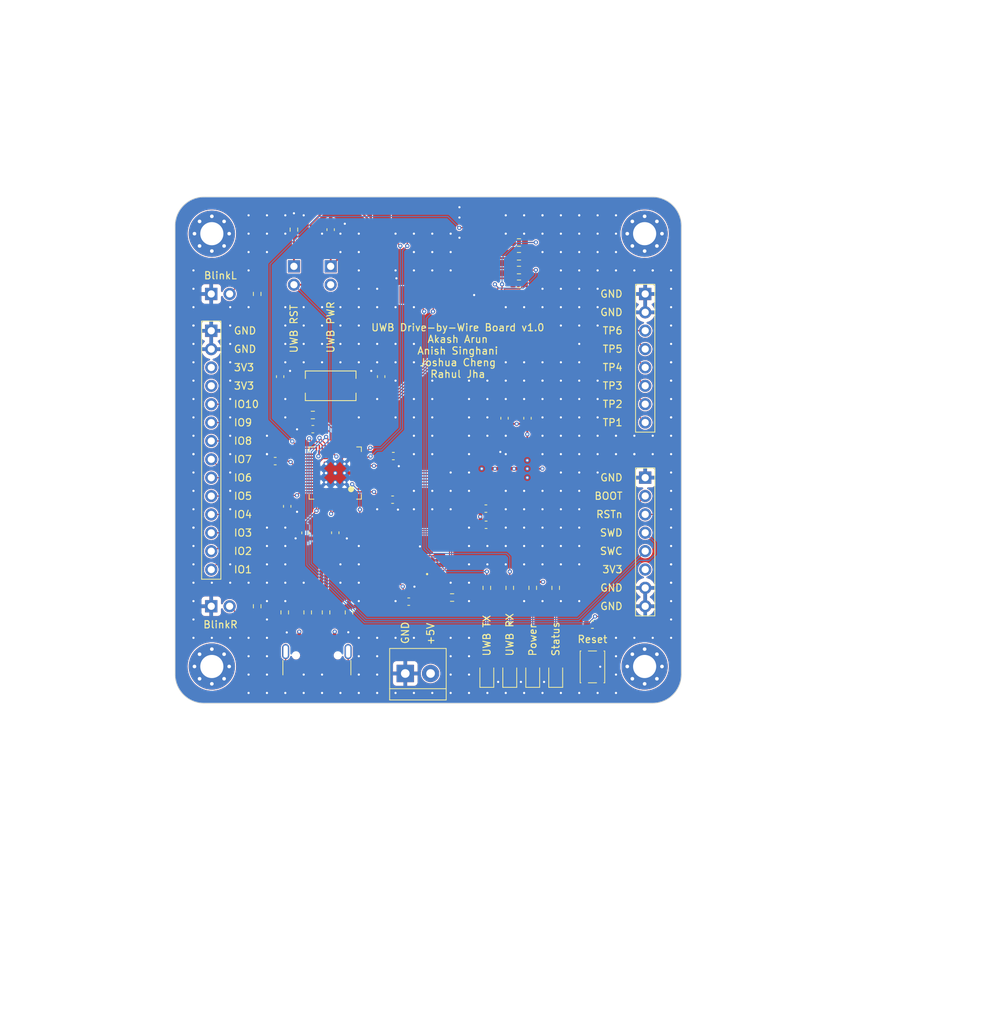
<source format=kicad_pcb>
(kicad_pcb (version 20211014) (generator pcbnew)
  (layers (0 "F.Cu" signal) (1 "In1.Cu" signal) (2 "In2.Cu" signal) (31 "B.Cu" signal) (34 "B.Paste" user) (35 "F.Paste" user) (36 "B.SilkS" user "B.Silkscreen") (37 "F.SilkS" user "F.Silkscreen") (38 "B.Mask" user) (39 "F.Mask" user) (44 "Edge.Cuts" user))
  (net 0 "")
  (net 1 "Net-(C7-Pad1)")
  (net 2 "GND")
  (net 3 "+3V3")
  (net 4 "Net-(C8-Pad1)")
  (net 5 "Net-(C6-Pad2)")
  (net 6 "Net-(D1-Pad2)")
  (net 7 "Net-(D2-Pad2)")
  (net 8 "RSTn")
  (net 9 "TP6")
  (net 10 "TP5")
  (net 11 "TP4")
  (net 12 "LED")
  (net 13 "TP3")
  (net 14 "+5V")
  (net 15 "TP2")
  (net 16 "TP1")
  (net 17 "USBP")
  (net 18 "USBN")
  (net 19 "SWDIO")
  (net 20 "SWCLK")
  (net 21 "Net-(JP1-Pad1)")
  (net 22 "IO10")
  (net 23 "IO9")
  (net 24 "/QSPI_SS")
  (net 25 "IO8")
  (net 26 "Net-(R12-Pad2)")
  (net 27 "IO7")
  (net 28 "IO6")
  (net 29 "IO5")
  (net 30 "IO4")
  (net 31 "IO3")
  (net 32 "/QSPI_SD1")
  (net 33 "/QSPI_SD2")
  (net 34 "/QSPI_SD0")
  (net 35 "/QSPI_SCLK")
  (net 36 "/QSPI_SD3")
  (net 39 "IO2")
  (net 40 "IO1")
  (net 41 "DW_RSTn")
  (net 42 "BLINK_L")
  (net 43 "BLINK_R")
  (net 44 "Net-(R6-Pad1)")
  (net 45 "Net-(R8-Pad1)")
  (net 46 "DW_MISO")
  (net 47 "Net-(R9-Pad2)")
  (net 48 "DW_MOSI")
  (net 49 "Net-(R10-Pad2)")
  (net 50 "DW_SCK")
  (net 51 "Net-(R11-Pad2)")
  (net 52 "DW_CSn")
  (net 53 "Net-(R15-Pad1)")
  (net 55 "DW_WAKEUP")
  (net 56 "DW_7")
  (net 62 "DW_IRQ")
  (net 64 "Net-(J3-PadA5)")
  (net 66 "Net-(J3-PadB5)")
  (net 68 "unconnected-(J3-PadS1)")
  (net 69 "Net-(J4-Pad2)")
  (net 70 "Net-(J5-Pad2)")
  (net 71 "BOOT")
  (net 72 "Net-(R13-Pad2)")
  (net 73 "Net-(R14-Pad2)")
  (net 74 "Net-(C12-Pad1)")
  (net 75 "Net-(U4-Pad47)")
  (net 76 "Net-(U4-Pad46)")
  (footprint "Resistor_SMD:R_0603_1608Metric" (layer "F.Cu") (at 147.545 60.108 180)
    (fp_text reference "R10" hide)
    (fp_text value "47R")
  )
  (footprint "Capacitor_SMD:C_0603_1608Metric" (layer "F.Cu") (at 115.5013 92.7743 -90)
    (fp_text reference "C15" hide)
    (fp_text value "100n")
  )
  (footprint "Connector_PinHeader_2.54mm:PinHeader_1x02_P2.54mm_Vertical" (layer "F.Cu") (at 105 63.41 90)
    (fp_text reference "J4" hide)
    (fp_text value "BlinkL")
  )
  (footprint "LED_SMD:LED_0805_2012Metric" (layer "F.Cu") (at 143.1 116.115 90)
    (fp_text reference "D1" hide)
    (fp_text value "TXLED")
  )
  (footprint "Capacitor_SMD:C_0603_1608Metric" (layer "F.Cu") (at 142.973 93.091)
    (fp_text reference "C1" hide)
    (fp_text value "10u")
  )
  (footprint "Capacitor_SMD:C_0603_1608Metric" (layer "F.Cu") (at 130.075 91.858)
    (fp_text reference "C17" hide)
    (fp_text value "100n")
  )
  (footprint "Resistor_SMD:R_0603_1608Metric" (layer "F.Cu") (at 146.275 104.05 -90)
    (fp_text reference "R8" hide)
    (fp_text value "220R")
  )
  (footprint "Resistor_SMD:R_0603_1608Metric" (layer "F.Cu") (at 116.43 54.52 90)
    (fp_text reference "R5" hide)
    (fp_text value "47R")
  )
  (footprint "Package_TO_SOT_SMD:SOT-223-3_TabPin2" (layer "F.Cu") (at 145.55 87.5792)
    (fp_text reference "U1" hide)
    (fp_text value "AZ1117-3.3")
  )
  (footprint "Capacitor_SMD:C_0603_1608Metric" (layer "F.Cu") (at 114.525 74.84 90)
    (fp_text reference "C8" hide)
    (fp_text value "27p")
  )
  (footprint "Resistor_SMD:R_0603_1608Metric" (layer "F.Cu") (at 115.16 107.442 90)
    (fp_text reference "R3" hide)
    (fp_text value "5K1")
  )
  (footprint "Capacitor_SMD:C_0603_1608Metric" (layer "F.Cu") (at 157.705 109.13)
    (fp_text reference "C9" hide)
    (fp_text value "0.1u")
  )
  (footprint "Connector_PinHeader_2.54mm:PinHeader_1x08_P2.54mm_Vertical" (layer "F.Cu") (at 165 63.41)
    (fp_text reference "J1" hide)
    (fp_text value "TestPts")
  )
  (footprint "LED_SMD:LED_0805_2012Metric" (layer "F.Cu") (at 149.45 116.115 90)
    (fp_text reference "D4" hide)
    (fp_text value "PWR")
  )
  (footprint "Resistor_SMD:R_0603_1608Metric" (layer "F.Cu") (at 111.35 106.59 -90)
    (fp_text reference "R2" hide)
    (fp_text value "220R")
  )
  (footprint "Resistor_SMD:R_0603_1608Metric" (layer "F.Cu") (at 124.05 107.442 90)
    (fp_text reference "R4" hide)
    (fp_text value "5K1")
  )
  (footprint "Capacitor_SMD:C_0603_1608Metric" (layer "F.Cu") (at 121.51 54.52 -90)
    (fp_text reference "C6" hide)
    (fp_text value "10u")
  )
  (footprint "Connector_PinHeader_2.54mm:PinHeader_1x02_P2.54mm_Vertical" (layer "F.Cu") (at 121.51 59.595)
    (fp_text reference "JP2" hide)
    (fp_text value "DW_PWR")
  )
  (footprint "Capacitor_SMD:C_0603_1608Metric" (layer "F.Cu") (at 128.495 74.84 90)
    (fp_text reference "C7" hide)
    (fp_text value "27p")
  )
  (footprint "MountingHole:MountingHole_3.2mm_M3_Pad_Via" (layer "F.Cu") (at 105.08 114.92)
    (fp_text reference "H1" hide)
    (fp_text value "hole")
  )
  (footprint "MountingHole:MountingHole_3.2mm_M3_Pad_Via" (layer "F.Cu") (at 105.08 55.08)
    (fp_text reference "H4" hide)
    (fp_text value "hole")
  )
  (footprint "RP2040:RP2040-QFN-56" (layer "F.Cu") (at 122.145 88.175 180)
    (fp_text reference "U4" hide)
    (fp_text value "RP2040")
  )
  (footprint "Capacitor_SMD:C_0603_1608Metric" (layer "F.Cu") (at 122.145 96.43 -90)
    (fp_text reference "C12" hide)
    (fp_text value "1u")
  )
  (footprint "DWM3000:DWM3000" (layer "F.Cu") (at 135 53.25)
    (fp_text reference "U2" hide)
    (fp_text value "DWM3000")
  )
  (footprint "Capacitor_SMD:C_0603_1608Metric" (layer "F.Cu") (at 118.0338 96.4438 -90)
    (fp_text reference "C16" hide)
    (fp_text value "1u")
  )
  (footprint "Connector_PinHeader_2.54mm:PinHeader_1x08_P2.54mm_Vertical" (layer "F.Cu") (at 165 88.81)
    (fp_text reference "J7" hide)
    (fp_text value "Debug")
  )
  (footprint "Connector_PinHeader_2.54mm:PinHeader_1x02_P2.54mm_Vertical" (layer "F.Cu") (at 116.43 59.595)
    (fp_text reference "JP1" hide)
    (fp_text value "DW_RST")
  )
  (footprint "Button_Switch_SMD:SW_SPST_PTS810" (layer "F.Cu") (at 157.705 114.972 90)
    (fp_text reference "SW1" hide)
    (fp_text value "Reset")
  )
  (footprint "LED_SMD:LED_0805_2012Metric" (layer "F.Cu") (at 152.625 116.115 90)
    (fp_text reference "D3" hide)
    (fp_text value "STATUS")
  )
  (footprint "Resistor_SMD:R_0603_1608Metric" (layer "F.Cu") (at 147.545 62.013 180)
    (fp_text reference "R12" hide)
    (fp_text value "47R")
  )
  (footprint "Capacitor_SMD:C_0603_1608Metric" (layer "F.Cu") (at 119.0462 82.1044 180)
    (fp_text reference "C10" hide)
    (fp_text value "100n")
  )
  (footprint "MountingHole:MountingHole_3.2mm_M3_Pad_Via" (layer "F.Cu") (at 164.92 114.92)
    (fp_text reference "H2" hide)
    (fp_text value "hole")
  )
  (footprint "TerminalBlock_4Ucon:TerminalBlock_4Ucon_1x02_P3.50mm_Horizontal" (layer "F.Cu") (at 131.825 115.888)
    (fp_text reference "J2" hide)
    (fp_text value "PwrScrew")
  )
  (footprint "Resistor_SMD:R_0603_1608Metric" (layer "F.Cu") (at 118.335 107.442 90)
    (fp_text reference "R17" hide)
    (fp_text value "27R")
  )
  (footprint "Resistor_SMD:R_0603_1608Metric" (layer "F.Cu") (at 111.35 63.41 90)
    (fp_text reference "R1" hide)
    (fp_text value "220R")
  )
  (footprint "Capacitor_SMD:C_0603_1608Metric" (layer "F.Cu") (at 132.305 105.955)
    (fp_text reference "C5" hide)
    (fp_text value "100n")
  )
  (footprint "ECS-120-20-3X-TR:XTAL_ECS-120-20-3X-TR" (layer "F.Cu") (at 121.51 76.11 180)
    (fp_text reference "Y1" hide)
    (fp_text value "ECS-120-20-3X-TR")
  )
  (footprint "MountingHole:MountingHole_3.2mm_M3_Pad_Via" (layer "F.Cu") (at 164.92 55.08)
    (fp_text reference "H3" hide)
    (fp_text value "hole")
  )
  (footprint "Package_SO:SOIC-8_5.23x5.23mm_P1.27mm" (layer "F.Cu") (at 132.94 100.24 180)
    (fp_text reference "U3" hide)
    (fp_text value "GD25Q128")
  )
  (footprint "Connector_PinHeader_2.54mm:PinHeader_1x14_P2.54mm_Vertical" (layer "F.Cu") (at 105 68.5)
    (fp_text reference "J6" hide)
    (fp_text value "IO")
  )
  (footprint "Capacitor_SMD:C_0603_1608Metric" (layer "F.Cu") (at 148.725 80.5942 90)
    (fp_text reference "C3" hide)
    (fp_text value "22u")
  )
  (footprint "Resistor_SMD:R_0603_1608Metric" (layer "F.Cu") (at 119.0462 80.1486 180)
    (fp_text reference "R15" hide)
    (fp_text value "1k")
  )
  (footprint "Resistor_SMD:R_0603_1608Metric" (layer "F.Cu") (at 120.875 107.442 90)
    (fp_text reference "R16" hide)
    (fp_text value "27R")
  )
  (footprint "USB_C_Receptacle_HRO_TYPE-C-31-M-12:USB_C_HRO-31-M-12_nofront" (layer "F.Cu") (at 119.605 115.988)
    (fp_text reference "J3" hide)
    (fp_text value "USB_USER")
  )
  (footprint "Capacitor_SMD:C_0603_1608Metric" (layer "F.Cu") (at 142.9984 95.3262)
    (fp_text reference "C2" hide)
    (fp_text value "1u")
  )
  (footprint "Resistor_SMD:R_0603_1608Metric" (layer "F.Cu") (at 149.45 104.05 -90)
    (fp_text reference "R14" hide)
    (fp_text value "220R")
  )
  (footprint "Resistor_SMD:R_0603_1608Metric" (layer "F.Cu") (at 143.1 104.05 -90)
    (fp_text reference "R6" hide)
    (fp_text value "220R")
  )
  (footprint "Resistor_SMD:R_0603_1608Metric" (layer "F.Cu") (at 147.545 56.298 180)
    (fp_text reference "R11" hide)
    (fp_text value "47R")
  )
  (footprint "Connector_PinHeader_2.54mm:PinHeader_1x02_P2.54mm_Vertical" (layer "F.Cu") (at 105 106.59 90)
    (fp_text reference "J5" hide)
    (fp_text value "BlinkR")
  )
  (footprint "Capacitor_SMD:C_0603_1608Metric" (layer "F.Cu") (at 113.8392 86.524 180)
    (fp_text reference "C14" hide)
    (fp_text value "100n")
  )
  (footprint "LED_SMD:LED_0805_2012Metric" (layer "F.Cu") (at 146.275 116.115 90)
    (fp_text reference "D2" hide)
    (fp_text value "RXLED")
  )
  (footprint "Capacitor_SMD:C_0603_1608Metric" (layer "F.Cu") (at 145.55 80.5942 90)
    (fp_text reference "C4" hide)
    (fp_text value "1u")
  )
  (footprint "Resistor_SMD:R_0603_1608Metric" (layer "F.Cu") (at 152.625 104.05 -90)
    (fp_text reference "R13" hide)
    (fp_text value "220R")
  )
  (footprint "Resistor_SMD:R_0603_1608Metric" (layer "F.Cu") (at 147.545 58.203 180)
    (fp_text reference "R9" hide)
    (fp_text value "47R")
  )
  (footprint "Capacitor_SMD:C_0603_1608Metric" (layer "F.Cu") (at 130.1714 85.8266)
    (fp_text reference "C13" hide)
    (fp_text value "100n")
  )
  (footprint "Resistor_SMD:R_0603_1608Metric" (layer "F.Cu") (at 138.2994 105.3846 180)
    (fp_text reference "R7" hide)
    (fp_text value "1k")
  )
  (gr_arc (start 100 54) (mid 101.171573 51.171573) (end 104 50) (layer "Edge.Cuts") (width 0.1))
  (gr_line (start 104 50) (end 166 50) (layer "Edge.Cuts") (width 0.1))
  (gr_arc (start 170 116) (mid 168.828427 118.828427) (end 166 120) (layer "Edge.Cuts") (width 0.1))
  (gr_arc (start 104 120) (mid 101.171573 118.828427) (end 100 116) (layer "Edge.Cuts") (width 0.1))
  (gr_line (start 104 120) (end 166 120) (layer "Edge.Cuts") (width 0.1))
  (gr_line (start 170 54) (end 170 116) (layer "Edge.Cuts") (width 0.1))
  (gr_arc (start 166 50) (mid 168.828427 51.171573) (end 170 54) (layer "Edge.Cuts") (width 0.1))
  (gr_line (start 100 54) (end 100 116) (layer "Edge.Cuts") (width 0.1))
  (gr_text "BlinkL" (at 106.27 60.87) (layer "F.SilkS") (effects (font (size 1 1))))
  (gr_text "3V3    " (at 165 101.51) (layer "F.SilkS") (effects (font (size 1 1)) (justify right)))
  (gr_text "    IO6" (at 105 88.82) (layer "F.SilkS") (effects (font (size 1 1)) (justify left)))
  (gr_text "TP2    " (at 165 78.65) (layer "F.SilkS") (effects (font (size 1 1)) (justify right)))
  (gr_text "RSTn    " (at 165 93.89) (layer "F.SilkS") (effects (font (size 1 1)) (justify right)))
  (gr_text "SWD    " (at 165 96.43) (layer "F.SilkS") (effects (font (size 1 1)) (justify right)))
  (gr_text "    GND" (at 105 68.5) (layer "F.SilkS") (effects (font (size 1 1)) (justify left)))
  (gr_text "    IO9" (at 105 81.2) (layer "F.SilkS") (effects (font (size 1 1)) (justify left)))
  (gr_text "    3V3" (at 105 76.12) (layer "F.SilkS") (effects (font (size 1 1)) (justify left)))
  (gr_text "SWC    " (at 165 98.97) (layer "F.SilkS") (effects (font (size 1 1)) (justify right)))
  (gr_text "    IO1" (at 105 101.52) (layer "F.SilkS") (effects (font (size 1 1)) (justify left)))
  (gr_text "UWB PWR" (at 121.51 71.66 90) (layer "F.SilkS") (effects (font (size 1 1)) (justify left)))
  (gr_text "    IO2" (at 105 98.98) (layer "F.SilkS") (effects (font (size 1 1)) (justify left)))
  (gr_text "TP6    " (at 165 68.49) (layer "F.SilkS") (effects (font (size 1 1)) (justify right)))
  (gr_text "UWB RST" (at 116.43 71.66 90) (layer "F.SilkS") (effects (font (size 1 1)) (justify left)))
  (gr_text "    IO5" (at 105 91.36) (layer "F.SilkS") (effects (font (size 1 1)) (justify left)))
  (gr_text "UWB TX" (at 143.1 113.575 90) (layer "F.SilkS") (effects (font (size 1 1)) (justify left)))
  (gr_text "GND    " (at 165 88.81) (layer "F.SilkS") (effects (font (size 1 1)) (justify right)))
  (gr_text "TP1    " (at 165 81.19) (layer "F.SilkS") (effects (font (size 1 1)) (justify right)))
  (gr_text "    IO3" (at 105 96.44) (layer "F.SilkS") (effects (font (size 1 1)) (justify left)))
  (gr_text "    IO7" (at 105 86.28) (layer "F.SilkS") (effects (font (size 1 1)) (justify left)))
  (gr_text "GND" (at 131.825 111.888 90) (layer "F.SilkS") (effects (font (size 1 1)) (justify left)))
  (gr_text "    GND" (at 105 71.04) (layer "F.SilkS") (effects (font (size 1 1)) (justify left)))
  (gr_text "GND    " (at 165 65.95) (layer "F.SilkS") (effects (font (size 1 1)) (justify right)))
  (gr_text "UWB Drive-by-Wire Board v1.0\nAkash Arun\nAnish Singhani\nJoshua Cheng\nRahul Jha" (at 139.0868 71.279) (layer "F.SilkS") (effects (font (size 1 1))))
  (gr_text "GND    " (at 165 63.41) (layer "F.SilkS") (effects (font (size 1 1)) (justify right)))
  (gr_text "Reset" (at 157.705 111.162) (layer "F.SilkS") (effects (font (size 1 1))))
  (gr_text "BlinkR" (at 106.275 109.13) (layer "F.SilkS") (effects (font (size 1 1))))
  (gr_text "TP3    " (at 165 76.11) (layer "F.SilkS") (effects (font (size 1 1)) (justify right)))
  (gr_text "TP5    " (at 165 71.03) (layer "F.SilkS") (effects (font (size 1 1)) (justify right)))
  (gr_text "TP4    " (at 165 73.57) (layer "F.SilkS") (effects (font (size 1 1)) (justify right)))
  (gr_text "GND    " (at 165 104.05) (layer "F.SilkS") (effects (font (size 1 1)) (justify right)))
  (gr_text "GND    " (at 165 106.59) (layer "F.SilkS") (effects (font (size 1 1)) (justify right)))
  (gr_text "BOOT    " (at 165 91.35) (layer "F.SilkS") (effects (font (size 1 1)) (justify right)))
  (gr_text "    3V3" (at 105 73.58) (layer "F.SilkS") (effects (font (size 1 1)) (justify left)))
  (gr_text "    IO4" (at 105 93.9) (layer "F.SilkS") (effects (font (size 1 1)) (justify left)))
  (gr_text "Power" (at 149.45 113.575 90) (layer "F.SilkS") (effects (font (size 1 1)) (justify left)))
  (gr_text "UWB RX" (at 146.275 113.575 90) (layer "F.SilkS") (effects (font (size 1 1)) (justify left)))
  (gr_text "Status" (at 152.625 113.575 90) (layer "F.SilkS") (effects (font (size 1 1)) (justify left)))
  (gr_text "    IO10" (at 105 78.66) (layer "F.SilkS") (effects (font (size 1 1)) (justify left)))
  (gr_text "    IO8" (at 105 83.74) (layer "F.SilkS") (effects (font (size 1 1)) (justify left)))
  (gr_text "+5V" (at 135.325 112.038 90) (layer "F.SilkS") (effects (font (size 1 1)) (justify left)))
  (segment (start 122.745 84.7375) (end 122.745 77.625) (width 0.15) (layer "F.Cu") (net 1))
  (segment (start 124.26 76.11) (end 128 76.11) (width 0.15) (layer "F.Cu") (net 1))
  (segment (start 122.745 77.625) (end 124.26 76.11) (width 0.15) (layer "F.Cu") (net 1))
  (segment (start 128 76.11) (end 128.495 75.615) (width 0.15) (layer "F.Cu") (net 1))
  (segment (start 122.855 111.2786) (end 123.9484 110.1852) (width 0.5) (layer "F.Cu") (net 2))
  (segment (start 128.495 74.065) (end 127.1358 74.065) (width 0.15) (layer "F.Cu") (net 2))
  (segment (start 139.3278 55.65) (end 139.3154 55.6376) (width 0.15) (layer "F.Cu") (net 2))
  (segment (start 127.1358 74.065) (end 127.1234 74.0526) (width 0.15) (layer "F.Cu") (net 2))
  (segment (start 141.4 52.85) (end 139.3218 52.85) (width 0.15) (layer "F.Cu") (net 2))
  (segment (start 142.4 85.2792) (end 144.9428 85.2792) (width 0.5) (layer "F.Cu") (net 2))
  (segment (start 152.625 117.0525) (end 151.0155 117.0525) (width 0.15) (layer "F.Cu") (net 2))
  (segment (start 147.8151 117.0525) (end 146.275 117.0525) (width 0.15) (layer "F.Cu") (net 2))
  (segment (start 116.355 111.943) (end 116.355 111.1262) (width 0.5) (layer "F.Cu") (net 2))
  (segment (start 118.2712 82.1044) (end 116.8872 82.1044) (width 0.15) (layer "F.Cu") (net 2))
  (segment (start 123.145 86.625) (end 123.42 86.9) (width 0.15) (layer "F.Cu") (net 2))
  (segment (start 144.9428 85.2792) (end 144.9658 85.2562) (width 0.5) (layer "F.Cu") (net 2))
  (segment (start 116.355 111.1262) (end 115.4394 110.2106) (width 0.5) (layer "F.Cu") (net 2))
  (segment (start 115.8842 74.065) (end 115.8966 74.0526) (width 0.15) (layer "F.Cu") (net 2))
  (segment (start 116.8872 82.1044) (end 116.8618 82.1298) (width 0.15) (layer "F.Cu") (net 2))
  (segment (start 149.45 117.0525) (end 147.8151 117.0525) (width 0.15) (layer "F.Cu") (net 2))
  (segment (start 123.145 84.7375) (end 123.145 86.625) (width 0.15) (layer "F.Cu") (net 2))
  (segment (start 122.855 111.943) (end 122.855 111.2786) (width 0.5) (layer "F.Cu") (net 2))
  (segment (start 139.9 63.545) (end 141.33 63.545) (width 0.15) (layer "F.Cu") (net 2))
  (segment (start 116.6752 97.2188) (end 116.6622 97.2058) (width 0.15) (layer "F.Cu") (net 2))
  (segment (start 141.4 51.45) (end 139.3442 51.45) (width 0.15) (layer "F.Cu") (net 2))
  (segment (start 130.9464 85.8266) (end 130.9464 87.2106) (width 0.15) (layer "F.Cu") (net 2))
  (segment (start 121.51 53.745) (end 123.428 53.745) (width 0.25) (layer "F.Cu") (net 2))
  (segment (start 133.0924 105.9426) (end 133.0924 103.886) (width 0.15) (layer "F.Cu") (net 2))
  (segment (start 122.145 97.205) (end 123.7328 97.205) (width 0.15) (layer "F.Cu") (net 2))
  (segment (start 116.8469 93.5493) (end 116.8618 93.5344) (width 0.15) (layer "F.Cu") (net 2))
  (segment (start 158.78 109.43) (end 158.78 112.897) (width 0.15) (layer "F.Cu") (net 2))
  (segment (start 151.0155 117.0525) (end 149.45 117.0525) (width 0.15) (layer "F.Cu") (net 2))
  (segment (start 116.43 53.695) (end 116.43 52.2594) (width 0.25) (layer "F.Cu") (net 2))
  (segment (start 158.78 114.9522) (end 158.78 117.047) (width 0.15) (layer "F.Cu") (net 2))
  (segment (start 118.0338 97.2188) (end 116.6752 97.2188) (width 0.15) (layer "F.Cu") (net 2))
  (segment (start 133.866 98.335) (end 133.8544 98.3234) (width 0.15) (layer "F.Cu") (net 2))
  (segment (start 139.3442 51.45) (end 139.3154 51.4212) (width 0.15) (layer "F.Cu") (net 2))
  (segment (start 141.33 63.545) (end 141.3474 63.5624) (width 0.15) (layer "F.Cu") (net 2))
  (segment (start 130.85 93.1912) (end 130.8116 93.2296) (width 0.15) (layer "F.Cu") (net 2))
  (segment (start 158.78 112.897) (end 158.78 114.9522) (width 0.15) (layer "F.Cu") (net 2))
  (segment (start 130.6022 61.25) (end 130.6032 61.251) (width 0.15) (layer "F.Cu") (net 2))
  (segment (start 133.08 105.955) (end 133.0924 105.9426) (width 0.15) (layer "F.Cu") (net 2))
  (segment (start 130.85 91.858) (end 130.85 93.1912) (width 0.15) (layer "F.Cu") (net 2))
  (segment (start 141.4 55.65) (end 139.3278 55.65) (width 0.15) (layer "F.Cu") (net 2))
  (segment (start 130.9464 87.2106) (end 130.9334 87.2236) (width 0.15) (layer "F.Cu") (net 2))
  (segment (start 143.1 117.0525) (end 144.6655 117.0525) (width 0.15) (layer "F.Cu") (net 2))
  (segment (start 139.3218 52.85) (end 139.3154 52.8436) (width 0.15) (layer "F.Cu") (net 2))
  (segment (start 123.7328 97.205) (end 123.7452 97.2174) (width 0.15) (layer "F.Cu") (net 2))
  (segment (start 123.428 53.745) (end 123.4658 53.7072) (width 0.25) (layer "F.Cu") (net 2))
  (segment (start 144.6655 117.0525) (end 146.275 117.0525) (width 0.15) (layer "F.Cu") (net 2))
  (segment (start 165 65.95) (end 165 63.41) (width 0.15) (layer "F.Cu") (net 2))
  (segment (start 158.48 109.13) (end 158.78 109.43) (width 0.15) (layer "F.Cu") (net 2))
  (segment (start 115.5013 93.5493) (end 116.8469 93.5493) (width 0.15) (layer "F.Cu") (net 2))
  (segment (start 136.54 98.335) (end 133.866 98.335) (width 0.15) (layer "F.Cu") (net 2))
  (segment (start 128.6 61.25) (end 130.6022 61.25) (width 0.15) (layer "F.Cu") (net 2))
  (segment (start 114.525 74.065) (end 115.8842 74.065) (width 0.15) (layer "F.Cu") (net 2))
  (via (at 102.54 98.26) (size 0.6) (drill 0.3) (layers "F.Cu" "B.Cu") (net 2))
  (via (at 102.54 83.02) (size 0.6) (drill 0.3) (layers "F.Cu" "B.Cu") (net 2))
  (via (at 133.02 77.94) (size 0.6) (drill 0.3) (layers "F.Cu" "B.Cu") (net 2))
  (via (at 158.42 55.08) (size 0.6) (drill 0.3) (layers "F.Cu" "B.Cu") (net 2))
  (via (at 148.26 93.18) (size 0.6) (drill 0.3) (layers "F.Cu" "B.Cu") (net 2))
  (via (at 140.64 103.34) (size 0.6) (drill 0.3) (layers "F.Cu" "B.Cu") (net 2))
  (via (at 130.48 118.58) (size 0.6) (drill 0.3) (layers "F.Cu" "B.Cu") (net 2))
  (via (at 112.7 85.56) (size 0.6) (drill 0.3) (layers "F.Cu" "B.Cu") (net 2))
  (via (at 153.34 72.86) (size 0.6) (drill 0.3) (layers "F.Cu" "B.Cu") (net 2))
  (via (at 120.32 70.32) (size 0.6) (drill 0.3) (layers "F.Cu" "B.Cu") (net 2))
  (via (at 140.64 90.64) (size 0.6) (drill 0.3) (layers "F.Cu" "B.Cu") (net 2))
  (via (at 125.4 60.16) (size 0.6) (drill 0.3) (layers "F.Cu" "B.Cu") (net 2))
  (via (at 155.88 80.48) (size 0.6) (drill 0.3) (layers "F.Cu" "B.Cu") (net 2))
  (via (at 135.56 85.56) (size 0.6) (drill 0.3) (layers "F.Cu" "B.Cu") (net 2))
  (via (at 112.7 116.04) (size 0.6) (drill 0.3) (layers "F.Cu" "B.Cu") (net 2))
  (via (at 160.96 110.96) (size 0.6) (drill 0.3) (layers "F.Cu" "B.Cu") (net 2))
  (via (at 145.72 90.64) (size 0.6) (drill 0.3) (layers "F.Cu" "B.Cu") (net 2))
  (via (at 148.26 118.58) (size 0.6) (drill 0.3) (layers "F.Cu" "B.Cu") (net 2))
  (via (at 166.04 83.02) (size 0.6) (drill 0.3) (layers "F.Cu" "B.Cu") (net 2))
  (via (at 145.72 75.4) (size 0.6) (drill 0.3) (layers "F.Cu" "B.Cu") (net 2))
  (via (at 135.56 60.16) (size 0.6) (drill 0.3) (layers "F.Cu" "B.Cu") (net 2))
  (via (at 112.7 52.54) (size 0.6) (drill 0.3) (layers "F.Cu" "B.Cu") (net 2))
  (via (at 127.94 118.58) (size 0.6) (drill 0.3) (layers "F.Cu" "B.Cu") (net 2))
  (via (at 168.58 108.42) (size 0.6) (drill 0.3) (layers "F.Cu" "B.Cu") (net 2))
  (via (at 110.16 113.5) (size 0.6) (drill 0.3) (layers "F.Cu" "B.Cu") (net 2))
  (via (at 148.26 98.26) (size 0.6) (drill 0.3) (layers "F.Cu" "B.Cu") (net 2))
  (via (at 148.26 105.88) (size 0.6) (drill 0.3) (layers "F.Cu" "B.Cu") (net 2))
  (via (at 107.62 75.4) (size 0.6) (drill 0.3) (layers "F.Cu" "B.Cu") (net 2))
  (via (at 107.62 80.48) (size 0.6) (drill 0.3) (layers "F.Cu" "B.Cu") (net 2))
  (via (at 139.3154 52.8436) (size 0.6) (drill 0.3) (layers "F.Cu" "B.Cu") (net 2))
  (via (at 150.8 93.18) (size 0.6) (drill 0.3) (layers "F.Cu" "B.Cu") (net 2))
  (via (at 140.64 75.4) (size 0.6) (drill 0.3) (layers "F.Cu" "B.Cu") (net 2))
  (via (at 112.7 108.42) (size 0.6) (drill 0.3) (layers "F.Cu" "B.Cu") (net 2))
  (via (at 112.7 85.56) (size 0.6) (drill 0.3) (layers "F.Cu" "B.Cu") (net 2))
  (via (at 112.7 98.26) (size 0.6) (drill 0.3) (layers "F.Cu" "B.Cu") (net 2))
  (via (at 110.16 103.34) (size 0.6) (drill 0.3) (layers "F.Cu" "B.Cu") (net 2))
  (via (at 139.3154 51.4212) (size 0.6) (drill 0.3) (layers "F.Cu" "B.Cu") (net 2))
  (via (at 130.48 55.08) (size 0.6) (drill 0.3) (layers "F.Cu" "B.Cu") (net 2))
  (via (at 168.58 77.94) (size 0.6) (drill 0.3) (layers "F.Cu" "B.Cu") (net 2))
  (via (at 158.42 75.4) (size 0.6) (drill 0.3) (layers "F.Cu" "B.Cu") (net 2))
  (via (at 148.26 72.86) (size 0.6) (drill 0.3) (layers "F.Cu" "B.Cu") (net 2))
  (via (at 125.4 98.26) (size 0.6) (drill 0.3) (layers "F.Cu" "B.Cu") (net 2))
  (via (at 145.72 98.26) (size 0.6) (drill 0.3) (layers "F.Cu" "B.Cu") (net 2))
  (via (at 102.54 75.4) (size 0.6) (drill 0.3) (layers "F.Cu" "B.Cu") (net 2))
  (via (at 107.62 110.96) (size 0.6) (drill 0.3) (layers "F.Cu" "B.Cu") (net 2))
  (via (at 123.4658 53.7072) (size 0.6) (drill 0.3) (layers "F.Cu" "B.Cu") (net 2))
  (via (at 138.1 110.96) (size 0.6) (drill 0.3) (layers "F.Cu" "B.Cu") (net 2))
  (via (at 138.1 93.18) (size 0.6) (drill 0.3) (layers "F.Cu" "B.Cu") (net 2))
  (via (at 102.54 100.8) (size 0.6) (drill 0.3) (layers "F.Cu" "B.Cu") (net 2))
  (via (at 122.86 55.08) (size 0.6) (drill 0.3) (layers "F.Cu" "B.Cu") (net 2))
  (via (at 135.56 90.64) (size 0.6) (drill 0.3) (layers "F.Cu" "B.Cu") (net 2))
  (via (at 160.96 52.54) (size 0.6) (drill 0.3) (layers "F.Cu" "B.Cu") (net 2))
  (via (at 138.1 116.04) (size 0.6) (drill 0.3) (layers "F.Cu" "B.Cu") (net 2))
  (via (at 158.42 77.94) (size 0.6) (drill 0.3) (layers "F.Cu" "B.Cu") (net 2))
  (via (at 130.48 65.24) (size 0.6) (drill 0.3) (layers "F.Cu" "B.Cu") (net 2))
  (via (at 153.34 80.48) (size 0.6) (drill 0.3) (layers "F.Cu" "B.Cu") (net 2))
  (via (at 115.24 80.48) (size 0.6) (drill 0.3) (layers "F.Cu" "B.Cu") (net 2))
  (via (at 150.8 65.24) (size 0.6) (drill 0.3) (layers "F.Cu" "B.Cu") (net 2))
  (via (at 168.58 105.88) (size 0.6) (drill 0.3) (layers "F.Cu" "B.Cu") (net 2))
  (via (at 125.4 72.86) (size 0.6) (drill 0.3) (layers "F.Cu" "B.Cu") (net 2))
  (via (at 122.86 100.8) (size 0.6) (drill 0.3) (layers "F.Cu" "B.Cu") (net 2))
  (via (at 102.54 95.72) (size 0.6) (drill 0.3) (layers "F.Cu" "B.Cu") (net 2))
  (via (at 127.94 113.5) (size 0.6) (drill 0.3) (layers "F.Cu" "B.Cu") (net 2))
  (via (at 150.8 90.64) (size 0.6) (drill 0.3) (layers "F.Cu" "B.Cu") (net 2))
  (via (at 102.54 93.18) (size 0.6) (drill 0.3) (layers "F.Cu" "B.Cu") (net 2))
  (via (at 125.4 100.8) (size 0.6) (drill 0.3) (layers "F.Cu" "B.Cu") (net 2))
  (via (at 155.88 85.56) (size 0.6) (drill 0.3) (layers "F.Cu" "B.Cu") (net 2))
  (via (at 153.34 75.4) (size 0.6) (drill 0.3) (layers "F.Cu" "B.Cu") (net 2))
  (via (at 150.8 98.26) (size 0.6) (drill 0.3) (layers "F.Cu" "B.Cu") (net 2))
  (via (at 112.7 118.58) (size 0.6) (drill 0.3) (layers "F.Cu" "B.Cu") (net 2))
  (via (at 160.96 57.62) (size 0.6) (drill 0.3) (layers "F.Cu" "B.Cu") (net 2))
  (via (at 110.16 110.96) (size 0.6) (drill 0.3) (layers "F.Cu" "B.Cu") (net 2))
  (via (at 138.1 113.5) (size 0.6) (drill 0.3) (layers "F.Cu" "B.Cu") (net 2))
  (via (at 148.26 95.72) (size 0.6) (drill 0.3) (layers "F.Cu" "B.Cu") (net 2))
  (via (at 123.7452 97.2174) (size 0.6) (drill 0.3) (layers "F.Cu" "B.Cu") (net 2))
  (via (at 140.64 105.88) (size 0.6) (drill 0.3) (layers "F.Cu" "B.Cu") (net 2))
  (via (at 168.58 100.8) (size 0.6) (drill 0.3) (layers "F.Cu" "B.Cu") (net 2))
  (via (at 140.64 88.1) (size 0.6) (drill 0.3) (layers "F.Cu" "B.Cu") (net 2))
  (via (at 140.64 116.04) (size 0.6) (drill 0.3) (layers "F.Cu" "B.Cu") (net 2))
  (via (at 158.42 60.16) (size 0.6) (drill 0.3) (layers "F.Cu" "B.Cu") (net 2))
  (via (at 168.58 80.48) (size 0.6) (drill 0.3) (layers "F.Cu" "B.Cu") (net 2))
  (via (at 150.8 95.72) (size 0.6) (drill 0.3) (layers "F.Cu" "B.Cu") (net 2))
  (via (at 168.58 103.34) (size 0.6) (drill 0.3) (layers "F.Cu" "B.Cu") (net 2))
  (via (at 139.3154 55.6376) (size 0.6) (drill 0.3) (layers "F.Cu" "B.Cu") (net 2))
  (via (at 138.1 103.34) (size 0.6) (drill 0.3) (layers "F.Cu" "B.Cu") (net 2))
  (via (at 135.56 83.02) (size 0.6) (drill 0.3) (layers "F.Cu" "B.Cu") (net 2))
  (via (at 135.56 55.08) (size 0.6) (drill 0.3) (layers "F.Cu" "B.Cu") (net 2))
  (via (at 148.26 52.54) (size 0.6) (drill 0.3) (layers "F.Cu" "B.Cu") (net 2))
  (via (at 148.26 90.64) (size 0.6) (drill 0.3) (layers "F.Cu" "B.Cu") (net 2))
  (via (at 117.78 67.78) (size 0.6) (drill 0.3) (layers "F.Cu" "B.Cu") (net 2))
  (via (at 117.78 72.86) (size 0.6) (drill 0.3) (layers "F.Cu" "B.Cu") (net 2))
  (via (at 155.88 52.54) (size 0.6) (drill 0.3) (layers "F.Cu" "B.Cu") (net 2))
  (via (at 153.34 88.1) (size 0.6) (drill 0.3) (layers "F.Cu" "B.Cu") (net 2))
  (via (at 125.4 55.08) (size 0.6) (drill 0.3) (layers "F.Cu" "B.Cu") (net 2))
  (via (at 107.62 103.34) (size 0.6) (drill 0.3) (layers "F.Cu" "B.Cu") (net 2))
  (via (at 158.42 88.1) (size 0.6) (drill 0.3) (layers "F.Cu" "B.Cu") (net 2))
  (via (at 150.8 72.86) (size 0.6) (drill 0.3) (layers "F.Cu" "B.Cu") (net 2))
  (via (at 107.62 77.94) (size 0.6) (drill 0.3) (layers "F.Cu" "B.Cu") (net 2))
  (via (at 115.24 52.54) (size 0.6) (drill 0.3) (layers "F.Cu" "B.Cu") (net 2))
  (via (at 153.34 65.24) (size 0.6) (drill 0.3) (layers "F.Cu" "B.Cu") (net 2))
  (via (at 112.7 105.88) (size 0.6) (drill 0.3) (layers "F.Cu" "B.Cu") (net 2))
  (via (at 102.54 77.94) (size 0.6) (drill 0.3) (layers "F.Cu" "B.Cu") (net 2))
  (via (at 168.58 75.4) (size 0.6) (drill 0.3) (layers "F.Cu" "B.Cu") (net 2))
  (via (at 155.88 88.1) (size 0.6) (drill 0.3) (layers "F.Cu" "B.Cu") (net 2))
  (via (at 133.02 85.56) (size 0.6) (drill 0.3) (layers "F.Cu" "B.Cu") (net 2))
  (via (at 107.62 100.8) (size 0.6) (drill 0.3) (layers "F.Cu" "B.Cu") (net 2))
  (via (at 112.7 103.34) (size 0.6) (drill 0.3) (layers "F.Cu" "B.Cu") (net 2))
  (via (at 155.88 98.26) (size 0.6) (drill 0.3) (layers "F.Cu" "B.Cu") (net 2))
  (via (at 158.42 85.56) (size 0.6) (drill 0.3) (layers "F.Cu" "B.Cu") (net 2))
  (via (at 155.88 118.58) (size 0.6) (drill 0.3) (layers "F.Cu" "B.Cu") (net 2))
  (via (at 143.18 98.26) (size 0.6) (drill 0.3) (layers "F.Cu" "B.Cu") (net 2))
  (via (at 143.18 83.02) (size 0.6) (drill 0.3) (layers "F.Cu" "B.Cu") (net 2))
  (via (at 138.1 57.62) (size 0.6) (drill 0.3) (layers "F.Cu" "B.Cu") (net 2))
  (via (at 160.96 85.56) (size 0.6) (drill 0.3) (layers "F.Cu" "B.Cu") (net 2))
  (via (at 158.42 65.24) (size 0.6) (drill 0.3) (layers "F.Cu" "B.Cu") (net 2))
  (via (at 102.54 105.88) (size 0.6) (drill 0.3) (layers "F.Cu" "B.Cu") (net 2))
  (via (at 110.16 57.62) (size 0.6) (drill 0.3) (layers "F.Cu" "B.Cu") (net 2))
  (via (at 120.32 118.58) (size 0.6) (drill 0.3) (layers "F.Cu" "B.Cu") (net 2))
  (via (at 135.56 77.94) (size 0.6) (drill 0.3) (layers "F.Cu" "B.Cu") (net 2))
  (via (at 166.04 60.16) (size 0.6) (drill 0.3) (layers "F.Cu" "B.Cu") (net 2))
  (via (at 102.54 85.56) (size 0.6) (drill 0.3) (layers "F.Cu" "B.Cu") (net 2))
  (via (at 117.78 103.34) (size 0.6) (drill 0.3) (layers "F.Cu" "B.Cu") (net 2))
  (via (at 116.8618 93.5344) (size 0.6) (drill 0.3) (layers "F.Cu" "B.Cu") (net 2))
  (via (at 148.26 55.08) (size 0.6) (drill 0.3) (layers "F.Cu" "B.Cu") (net 2))
  (via (at 130.48 70.32) (size 0.6) (drill 0.3) (layers "F.Cu" "B.Cu") (net 2))
  (via (at 112.7 55.08) (size 0.6) (drill 0.3) (layers "F.Cu" "B.Cu") (net 2))
  (via (at 140.64 98.26) (size 0.6) (drill 0.3) (layers "F.Cu" "B.Cu") (net 2))
  (via (at 110.16 52.54) (size 0.6) (drill 0.3) (layers "F.Cu" "B.Cu") (net 2))
  (via (at 112.7 110.96) (size 0.6) (drill 0.3) (layers "F.Cu" "B.Cu") (net 2))
  (via (at 115.24 98.26) (size 0.6) (drill 0.3) (layers "F.Cu" "B.Cu") (net 2))
  (via (at 155.88 100.8) (size 0.6) (drill 0.3) (layers "F.Cu" "B.Cu") (net 2))
  (via (at 153.34 55.08) (size 0.6) (drill 0.3) (layers "F.Cu" "B.Cu") (net 2))
  (via (at 153.34 98.26) (size 0.6) (drill 0.3) (layers "F.Cu" "B.Cu") (net 2))
  (via (at 120.32 67.78) (size 0.6) (drill 0.3) (layers "F.Cu" "B.Cu") (net 2))
  (via (at 130.48 72.86) (size 0.6) (drill 0.3) (layers "F.Cu" "B.Cu") (net 2))
  (via (at 160.96 55.08) (size 0.6) (drill 0.3) (layers "F.Cu" "B.Cu") (net 2))
  (via (at 138.1 60.16) (size 0.6) (drill 0.3) (layers "F.Cu" "B.Cu") (net 2))
  (via (at 168.58 93.18) (size 0.6) (drill 0.3) (layers "F.Cu" "B.Cu") (net 2))
  (via (at 158.42 52.54) (size 0.6) (drill 0.3) (layers "F.Cu" "B.Cu") (net 2))
  (via (at 143.18 75.4) (size 0.6) (drill 0.3) (layers "F.Cu" "B.Cu") (net 2))
  (via (at 107.62 88.1) (size 0.6) (drill 0.3) (layers "F.Cu" "B.Cu") (net 2))
  (via (at 168.58 75.4) (size 0.6) (drill 0.3) (layers "F.Cu" "B.Cu") (net 2))
  (via (at 133.02 80.48) (size 0.6) (drill 0.3) (layers "F.Cu" "B.Cu") (net 2))
  (via (at 143.18 77.94) (size 0.6) (drill 0.3) (layers "F.Cu" "B.Cu") (net 2))
  (via (at 115.24 72.86) (size 0.6) (drill 0.3) (layers "F.Cu" "B.Cu") (net 2))
  (via (at 150.8 100.8) (size 0.6) (drill 0.3) (layers "F.Cu" "B.Cu") (net 2))
  (via (at 150.8 75.4) (size 0.6) (drill 0.3) (layers "F.Cu" "B.Cu") (net 2))
  (via (at 166.04 85.56) (size 0.6) (drill 0.3) (layers "F.Cu" "B.Cu") (net 2))
  (via (at 144.6655 117.0525) (size 0.6) (drill 0.3) (layers "F.Cu" "B.Cu") (net 2))
  (via (at 145.72 95.72) (size 0.6) (drill 0.3) (layers "F.Cu" "B.Cu") (net 2))
  (via (at 145.72 83.02) (size 0.6) (drill 0.3) (layers "F.Cu" "B.Cu") (net 2))
  (via (at 168.58 85.56) (size 0.6) (drill 0.3) (layers "F.Cu" "B.Cu") (net 2))
  (via (at 115.4394 110.2106) (size 0.6) (drill 0.3) (layers "F.Cu" "B.Cu") (net 2))
  (via (at 107.62 90.64) (size 0.6) (drill 0.3) (layers "F.Cu" "B.Cu") (net 2))
  (via (at 140.64 110.96) (size 0.6) (drill 0.3) (layers "F.Cu" "B.Cu") (net 2))
  (via (at 163.5 83.02) (size 0.6) (drill 0.3) (layers "F.Cu" "B.Cu") (net 2))
  (via (at 158.42 83.02) (size 0.6) (drill 0.3) (layers "F.Cu" "B.Cu") (net 2))
  (via (at 158.42 80.48) (size 0.6) (drill 0.3) (layers "F.Cu" "B.Cu") (net 2))
  (via (at 153.34 95.72) (size 0.6) (drill 0.3) (layers "F.Cu" "B.Cu") (net 2))
  (via (at 160.96 83.02) (size 0.6) (drill 0.3) (layers "F.Cu" "B.Cu") (net 2))
  (via (at 130.9334 87.2236) (size 0.6) (drill 0.3) (layers "F.Cu" "B.Cu") (net 2))
  (via (at 127.94 65.24) (size 0.6) (drill 0.3) (layers "F.Cu" "B.Cu") (net 2))
  (via (at 163.5 85.56) (size 0.6) (drill 0.3) (layers "F.Cu" "B.Cu") (net 2))
  (via (at 158.42 62.7) (size 0.6) (drill 0.3) (layers "F.Cu" "B.Cu") (net 2))
  (via (at 125.4 80.48) (size 0.6) (drill 0.3) (layers "F.Cu" "B.Cu") (net 2))
  (via (at 168.58 88.1) (size 0.6) (drill 0.3) (layers "F.Cu" "B.Cu") (net 2))
  (via (at 125.4 105.88) (size 0.6) (drill 0.3) (layers "F.Cu" "B.Cu") (net 2))
  (via (at 153.34 93.18) (size 0.6) (drill 0.3) (layers "F.Cu" "B.Cu") (net 2))
  (via (at 145.72 65.24) (size 0.6) (drill 0.3) (layers "F.Cu" "B.Cu") (net 2))
  (via (at 116.43 52.2594) (size 0.6) (drill 0.3) (layers "F.Cu" "B.Cu") (net 2))
  (via (at 150.8 52.54) (size 0.6) (drill 0.3) (layers "F.Cu" "B.Cu") (net 2))
  (via (at 107.62 65.24) (size 0.6) (drill 0.3) (layers "F.Cu" "B.Cu") (net 2))
  (via (at 155.88 55.08) (size 0.6) (drill 0.3) (layers "F.Cu" "B.Cu") (net 2))
  (via (at 127.94 72.86) (size 0.6) (drill 0.3) (layers "F.Cu" "B.Cu") (net 2))
  (via (at 168.58 60.16) (size 0.6) (drill 0.3) (layers "F.Cu" "B.Cu") (net 2))
  (via (at 160.96 113.5) (size 0.6) (drill 0.3) (layers "F.Cu" "B.Cu") (net 2))
  (via (at 147.8151 117.0525) (size 0.6) (drill 0.3) (layers "F.Cu" "B.Cu") (net 2))
  (via (at 145.72 72.86) (size 0.6) (drill 0.3) (layers "F.Cu" "B.Cu") (net 2))
  (via (at 155.88 95.72) (size 0.6) (drill 0.3) (layers "F.Cu" "B.Cu") (net 2))
  (via (at 116.8618 82.1298) (size 0.6) (drill 0.3) (layers "F.Cu" "B.Cu") (net 2))
  (via (at 112.7 100.8) (size 0.6) (drill 0.3) (layers "F.Cu" "B.Cu") (net 2))
  (via (at 122.86 57.62) (size 0.6) (drill 0.3) (layers "F.Cu" "B.Cu") (net 2))
  (via (at 125.4 65.24) (size 0.6) (drill 0.3) (layers "F.Cu" "B.Cu") (net 2))
  (via (at 150.8 85.56) (size 0.6) (drill 0.3) (layers "F.Cu" "B.Cu") (net 2))
  (via (at 168.58 100.8) (size 0.6) (drill 0.3) (layers "F.Cu" "B.Cu") (net 2))
  (via (at 135.56 93.18) (size 0.6) (drill 0.3) (layers "F.Cu" "B.Cu") (net 2))
  (via (at 115.24 67.78) (size 0.6) (drill 0.3) (layers "F.Cu" "B.Cu") (net 2))
  (via (at 163.5 110.96) (size 0.6) (drill 0.3) (layers "F.Cu" "B.Cu") (net 2))
  (via (at 160.96 116.04) (size 0.6) (drill 0.3) (layers "F.Cu" "B.Cu") (net 2))
  (via (at 122.86 67.78) (size 0.6) (drill 0.3) (layers "F.Cu" "B.Cu") (net 2))
  (via (at 112.7 95.72) (size 0.6) (drill 0.3) (layers "F.Cu" "B.Cu") (net 2))
  (via (at 115.24 105.88) (size 0.6) (drill 0.3) (layers "F.Cu" "B.Cu") (net 2))
  (via (at 153.34 90.64) (size 0.6) (drill 0.3) (layers "F.Cu" "B.Cu") (net 2))
  (via (at 138.1 88.1) (size 0.6) (drill 0.3) (layers "F.Cu" "B.Cu") (net 2))
  (via (at 122.86 72.86) (size 0.6) (drill 0.3) (layers "F.Cu" "B.Cu") (net 2))
  (via (at 133.8544 98.3234) (size 0.6) (drill 0.3) (layers "F.Cu" "B.Cu") (net 2))
  (via (at 130.48 110.96) (size 0.6) (drill 0.3) (layers "F.Cu" "B.Cu") (net 2))
  (via (at 122.86 65.24) (size 0.6) (drill 0.3) (layers "F.Cu" "B.Cu") (net 2))
  (via (at 148.26 77.94) (size 0.6) (drill 0.3) (layers "F.Cu" "B.Cu") (net 2))
  (via (at 143.18 118.58) (size 0.6) (drill 0.3) (layers "F.Cu" "B.Cu") (net 2))
  (via (at 153.34 60.16) (size 0.6) (drill 0.3) (layers "F.Cu" "B.Cu") (net 2))
  (via (at 138.1 118.58) (size 0.6) (drill 0.3) (layers "F.Cu" "B.Cu") (net 2))
  (via (at 155.88 67.78) (size 0.6) (drill 0.3) (layers "F.Cu" "B.Cu") (net 2))
  (via (at 120.32 55.08) (size 0.6) (drill 0.3) (layers "F.Cu" "B.Cu") (net 2))
  (via (at 117.78 70.32) (size 0.6) (drill 0.3) (layers "F.Cu" "B.Cu") (net 2))
  (via (at 153.34 52.54) (size 0.6) (drill 0.3) (layers "F.Cu" "B.Cu") (net 2))
  (via (at 130.48 80.48) (size 0.6) (drill 0.3) (layers "F.Cu" "B.Cu") (net 2))
  (via (at 168.58 72.86) (size 0.6) (drill 0.3) (layers "F.Cu" "B.Cu") (net 2))
  (via (at 102.54 88.1) (size 0.6) (drill 0.3) (layers "F.Cu" "B.Cu") (net 2))
  (via (at 102.54 95.72) (size 0.6) (drill 0.3) (layers "F.Cu" "B.Cu") (net 2))
  (via (at 163.5 60.16) (size 0.6) (drill 0.3) (layers "F.Cu" "B.Cu") (net 2))
  (via (at 102.54 65.24) (size 0.6) (drill 0.3) (layers "F.Cu" "B.Cu") (net 2))
  (via (at 110.16 60.16) (size 0.6) (drill 0.3) (layers "F.Cu" "B.Cu") (net 2))
  (via (at 105.08 103.34) (size 0.6) (drill 0.3) (layers "F.Cu" "B.Cu") (net 2))
  (via (at 155.88 77.94) (size 0.6) (drill 0.3) (layers "F.Cu" "B.Cu") (net 2))
  (via (at 168.58 110.96) (size 0.6) (drill 0.3) (layers "F.Cu" "B.Cu") (net 2))
  (via (at 140.64 100.8) (size 0.6) (drill 0.3) (layers "F.Cu" "B.Cu") (net 2))
  (via (at 102.54 62.7) (size 0.6) (drill 0.3) (layers "F.Cu" "B.Cu") (net 2))
  (via (at 127.94 116.04) (size 0.6) (drill 0.3) (layers "F.Cu" "B.Cu") (net 2))
  (via (at 140.64 77.94) (size 0.6) (drill 0.3) (layers "F.Cu" "B.Cu") (net 2))
  (via (at 112.7 113.5) (size 0.6) (drill 0.3) (layers "F.Cu" "B.Cu") (net 2))
  (via (at 150.8 118.58) (size 0.6) (drill 0.3) (layers "F.Cu" "B.Cu") (net 2))
  (via (at 130.6032 61.251) (size 0.6) (drill 0.3) (layers "F.Cu" "B.Cu") (net 2))
  (via (at 115.8966 74.0526) (size 0.6) (drill 0.3) (layers "F.Cu" "B.Cu") (net 2))
  (via (at 168.58 67.78) (size 0.6) (drill 0.3) (layers "F.Cu" "B.Cu") (net 2))
  (via (at 115.24 118.58) (size 0.6) (drill 0.3) (layers "F.Cu" "B.Cu") (net 2))
  (via (at 168.58 65.24) (size 0.6) (drill 0.3) (layers "F.Cu" "B.Cu") (net 2))
  (via (at 168.58 83.02) (size 0.6) (drill 0.3) (layers "F.Cu" "B.Cu") (net 2))
  (via (at 168.58 95.72) (size 0.6) (drill 0.3) (layers "F.Cu" "B.Cu") (net 2))
  (via (at 153.34 57.62) (size 0.6) (drill 0.3) (layers "F.Cu" "B.Cu") (net 2))
  (via (at 145.72 55.08) (size 0.6) (drill 0.3) (layers "F.Cu" "B.Cu") (net 2))
  (via (at 115.24 55.08) (size 0.6) (drill 0.3) (layers "F.Cu" "B.Cu") (net 2))
  (via (at 133.02 90.64) (size 0.6) (drill 0.3) (layers "F.Cu" "B.Cu") (net 2))
  (via (at 168.58 62.7) (size 0.6) (drill 0.3) (layers "F.Cu" "B.Cu") (net 2))
  (via (at 127.1234 74.0526) (size 0.6) (drill 0.3) (layers "F.Cu" "B.Cu") (net 2))
  (via (at 133.02 93.18) (size 0.6) (drill 0.3) (layers "F.Cu" "B.Cu") (net 2))
  (via (at 145.72 85.56) (size 0.6) (drill 0.3) (layers "F.Cu" "B.Cu") (net 2))
  (via (at 155.88 65.24) (size 0.6) (drill 0.3) (layers "F.Cu" "B.Cu") (net 2))
  (via (at 150.8 55.08) (size 0.6) (drill 0.3) (layers "F.Cu" "B.Cu") (net 2))
  (via (at 125.4 110.96) (size 0.6) (drill 0.3) (layers "F.Cu" "B.Cu") (net 2))
  (via (at 155.88 90.64) (size 0.6) (drill 0.3) (layers "F.Cu" "B.Cu") (net 2))
  (via (at 125.4 67.78) (size 0.6) (drill 0.3) (layers "F.Cu" "B.Cu") (net 2))
  (via (at 107.62 83.02) (size 0.6) (drill 0.3) (layers "F.Cu" "B.Cu") (net 2))
  (via (at 102.54 108.42) (size 0.6) (drill 0.3) (layers "F.Cu" "B.Cu") (net 2))
  (via (at 107.62 85.56) (size 0.6) (drill 0.3) (layers "F.Cu" "B.Cu") (net 2))
  (via (at 155.88 60.16) (size 0.6) (drill 0.3) (layers "F.Cu" "B.Cu") (net 2))
  (via (at 166.04 60.16) (size 0.6) (drill 0.3) (layers "F.Cu" "B.Cu") (net 2))
  (via (at 107.62 93.18) (size 0.6) (drill 0.3) (layers "F.Cu" "B.Cu") (net 2))
  (via (at 122.86 70.32) (size 0.6) (drill 0.3) (layers "F.Cu" "B.Cu") (net 2))
  (via (at 115.24 103.34) (size 0.6) (drill 0.3) (layers "F.Cu" "B.Cu") (net 2))
  (via (at 102.54 85.56) (size 0.6) (drill 0.3) (layers "F.Cu" "B.Cu") (net 2))
  (via (at 143.18 100.8) (size 0.6) (drill 0.3) (layers "F.Cu" "B.Cu") (net 2))
  (via (at 130.48 60.16) (size 0.6) (drill 0.3) (layers "F.Cu" "B.Cu") (net 2))
  (via (at 102.54 67.78) (size 0.6) (drill 0.3) (layers "F.Cu" "B.Cu") (net 2))
  (via (at 153.34 118.58) (size 0.6) (drill 0.3) (layers "F.Cu" "B.Cu") (net 2))
  (via (at 117.78 65.24) (size 0.6) (drill 0.3) (layers "F.Cu" "B.Cu") (net 2))
  (via (at 112.7 83.02) (size 0.6) (drill 0.3) (layers "F.Cu" "B.Cu") (net 2))
  (via (at 122.86 118.58) (size 0.6) (drill 0.3) (layers "F.Cu" "B.Cu") (net 2))
  (via (at 153.34 83.02) (size 0.6) (drill 0.3) (layers "F.Cu" "B.Cu") (net 2))
  (via (at 140.64 118.58) (size 0.6) (drill 0.3) (layers "F.Cu" "B.Cu") (net 2))
  (via (at 150.8 75.4) (size 0.6) (drill 0.3) (layers "F.Cu" "B.Cu") (net 2))
  (via (at 120.32 72.86) (size 0.6) (drill 0.3) (layers "F.Cu" "B.Cu") (net 2))
  (via (at 150.8 105.88) (size 0.6) (drill 0.3) (layers "F.Cu" "B.Cu") (net 2))
  (via (at 144.9658 85.2562) (size 0.6) (drill 0.3) (layers "F.Cu" "B.Cu") (net 2))
  (via (at 155.88 72.86) (size 0.6) (drill 0.3) (layers "F.Cu" "B.Cu") (net 2))
  (via (at 133.0924 103.886) (size 0.6) (drill 0.3) (layers "F.Cu" "B.Cu") (net 2))
  (via (at 105.08 110.96) (size 0.6) (drill 0.3) (layers "F.Cu" "B.Cu") (net 2))
  (via (at 120.32 116.04) (size 0.6) (drill 0.3) (layers "F.Cu" "B.Cu") (net 2))
  (via (at 125.4 118.58) (size 0.6) (drill 0.3) (layers "F.Cu" "B.Cu") (net 2))
  (via (at 130.48 105.88) (size 0.6) (drill 0.3) (layers "F.Cu" "B.Cu") (net 2))
  (via (at 125.4 103.34) (size 0.6) (drill 0.3) (layers "F.Cu" "B.Cu") (net 2))
  (via (at 155.88 70.32) (size 0.6) (drill 0.3) (layers "F.Cu" "B.Cu") (net 2))
  (via (at 168.58 72.86) (size 0.6) (drill 0.3) (layers "F.Cu" "B.Cu") (net 2))
  (via (at 107.62 70.32) (size 0.6) (drill 0.3) (layers "F.Cu" "B.Cu") (net 2))
  (via (at 133.02 60.16) (size 0.6) (drill 0.3) (layers "F.Cu" "B.Cu") (net 2))
  (via (at 168.58 103.34) (size 0.6) (drill 0.3) (layers "F.Cu" "B.Cu") (net 2))
  (via (at 145.72 93.18) (size 0.6) (drill 0.3) (layers "F.Cu" "B.Cu") (net 2))
  (via (at 133.02 72.86) (size 0.6) (drill 0.3) (layers "F.Cu" "B.Cu") (net 2))
  (via (at 123.9484 110.1852) (size 0.6) (drill 0.3) (layers "F.Cu" "B.Cu") (net 2))
  (via (at 125.4 113.5) (size 0.6) (drill 0.3) (layers "F.Cu" "B.Cu") (net 2))
  (via (at 168.58 98.26) (size 0.6) (drill 0.3) (layers "F.Cu" "B.Cu") (net 2))
  (via (at 127.94 110.96) (size 0.6) (drill 0.3) (layers "F.Cu" "B.Cu") (net 2))
  (via (at 140.64 80.48) (size 0.6) (drill 0.3) (layers "F.Cu" "B.Cu") (net 2))
  (via (at 158.78 114.9522) (size 0.6) (drill 0.3) (layers "F.Cu" "B.Cu") (net 2))
  (via (at 102.54 80.48) (size 0.6) (drill 0.3) (layers "F.Cu" "B.Cu") (net 2))
  (via (at 140.64 83.02) (size 0.6) (drill 0.3) (layers "F.Cu" "B.Cu") (net 2))
  (via (at 168.58 90.64) (size 0.6) (drill 0.3) (layers "F.Cu" "B.Cu") (net 2))
  (via (at 155.88 57.62) (size 0.6) (drill 0.3) (layers "F.Cu" "B.Cu") (net 2))
  (via (at 155.88 105.88) (size 0.6) (drill 0.3) (layers "F.Cu" "B.Cu") (net 2))
  (via (at 130.8116 93.2296) (size 0.6) (drill 0.3) (layers "F.Cu" "B.Cu") (net 2))
  (via (at 138.1 55.08) (size 0.6) (drill 0.3) (layers "F.Cu" "B.Cu") (net 2))
  (via (at 150.8 83.02) (size 0.6) (drill 0.3) (layers "F.Cu" "B.Cu") (net 2))
  (via (at 145.72 100.8) (size 0.6) (drill 0.3) (layers "F.Cu" "B.Cu") (net 2))
  (via (at 168.58 80.48) (size 0.6) (drill 0.3) (layers "F.Cu" "B.Cu") (net 2))
  (via (at 116.6622 97.2058) (size 0.6) (drill 0.3) (layers "F.Cu" "B.Cu") (net 2))
  (via (at 115.24 70.32) (size 0.6) (drill 0.3) (layers "F.Cu" "B.Cu") (net 2))
  (via (at 168.58 70.32) (size 0.6) (drill 0.3) (layers "F.Cu" "B.Cu") (net 2))
  (via (at 143.18 80.48) (size 0.6) (drill 0.3) (layers "F.Cu" "B.Cu") (net 2))
  (via (at 135.56 57.62) (size 0.6) (drill 0.3) (layers "F.Cu" "B.Cu") (net 2))
  (via (at 125.4 62.7) (size 0.6) (drill 0.3) (layers "F.Cu" "B.Cu") (net 2))
  (via (at 127.94 70.32) (size 0.6) (drill 0.3) (layers "F.Cu" "B.Cu") (net 2))
  (via (at 125.4 70.32) (size 0.6) (drill 0.3) (layers "F.Cu" "B.Cu") (net 2))
  (via (at 138.1 90.64) (size 0.6) (drill 0.3) (layers "F.Cu" "B.Cu") (net 2))
  (via (at 117.78 116.04) (size 0.6) (drill 0.3) (layers "F.Cu" "B.Cu") (net 2))
  (via (at 112.7 57.62) (size 0.6) (drill 0.3) (layers "F.Cu" "B.Cu") (net 2))
  (via (at 125.4 57.62) (size 0.6) (drill 0.3) (layers "F.Cu" "B.Cu") (net 2))
  (via (at 107.62 72.86) (size 0.6) (drill 0.3) (layers "F.Cu" "B.Cu") (net 2))
  (via (at 151.0155 117.0525) (size 0.6) (drill 0.3) (layers "F.Cu" "B.Cu") (net 2))
  (via (at 150.8 77.94) (size 0.6) (drill 0.3) (layers "F.Cu" "B.Cu") (net 2))
  (via (at 153.34 100.8) (size 0.6) (drill 0.3) (layers "F.Cu" "B.Cu") (net 2))
  (via (at 158.42 67.78) (size 0.6) (drill 0.3) (layers "F.Cu" "B.Cu") (net 2))
  (via (at 115.24 65.24) (size 0.6) (drill 0.3) (layers "F.Cu" "B.Cu") (net 2))
  (via (at 117.78 52.54) (size 0.6) (drill 0.3) (layers "F.Cu" "B.Cu") (net 2))
  (via (at 145.72 77.94) (size 0.6) (drill 0.3) (layers "F.Cu" "B.Cu") (net 2))
  (via (at 127.94 62.7) (size 0.6) (drill 0.3) (layers "F.Cu" "B.Cu") (net 2))
  (via (at 140.64 85.56) (size 0.6) (drill 0.3) (layers "F.Cu" "B.Cu") (net 2))
  (via (at 155.88 62.7) (size 0.6) (drill 0.3) (layers "F.Cu" "B.Cu") (net 2))
  (via (at 163.5 85.56) (size 0.6) (drill 0.3) (layers "F.Cu" "B.Cu") (net 2))
  (via (at 125.4 116.04) (size 0.6) (drill 0.3) (layers "F.Cu" "B.Cu") (net 2))
  (via (at 135.56 75.4) (size 0.6) (drill 0.3) (layers "F.Cu" "B.Cu") (net 2))
  (via (at 145.72 52.54) (size 0.6) (drill 0.3) (layers "F.Cu" "B.Cu") (net 2))
  (via (at 117.78 118.58) (size 0.6) (drill 0.3) (layers "F.Cu" "B.Cu") (net 2))
  (via (at 102.54 72.86) (size 0.6) (drill 0.3) (layers "F.Cu" "B.Cu") (net 2))
  (via (at 110.16 118.58) (size 0.6) (drill 0.3) (layers "F.Cu" "B.Cu") (net 2))
  (via (at 110.16 55.08) (size 0.6) (drill 0.3) (layers "F.Cu" "B.Cu") (net 2))
  (via (at 155.88 75.4) (size 0.6) (drill 0.3) (layers "F.Cu" "B.Cu") (net 2))
  (via (at 145.72 118.58) (size 0.6) (drill 0.3) (layers "F.Cu" "B.Cu") (net 2))
  (via (at 115.24 77.94) (size 0.6) (drill 0.3) (layers "F.Cu" "B.Cu") (net 2))
  (via (at 160.96 60.16) (size 0.6) (drill 0.3) (layers "F.Cu" "B.Cu") (net 2))
  (via (at 150.8 62.7) (size 0.6) (drill 0.3) (layers "F.Cu" "B.Cu") (net 2))
  (via (at 102.54 67.78) (size 0.6) (drill 0.3) (layers "F.Cu" "B.Cu") (net 2))
  (via (at 153.34 77.94) (size 0.6) (drill 0.3) (layers "F.Cu" "B.Cu") (net 2))
  (via (at 133.02 83.02) (size 0.6) (drill 0.3) (layers "F.Cu" "B.Cu") (net 2))
  (via (at 133.02 55.08) (size 0.6) (drill 0.3) (layers "F.Cu" "B.Cu") (net 2))
  (via (at 110.16 65.24) (size 0.6) (drill 0.3) (layers "F.Cu" "B.Cu") (net 2))
  (via (at 141.3474 63.5624) (size 0.6) (drill 0.3) (layers "F.Cu" "B.Cu") (net 2))
  (via (at 155.88 93.18) (size 0.6) (drill 0.3) (layers "F.Cu" "B.Cu") (net 2))
  (via (at 155.88 83.02) (size 0.6) (drill 0.3) (layers "F.Cu" "B.Cu") (net 2))
  (via (at 130.48 75.4) (size 0.6) (drill 0.3) (layers "F.Cu" "B.Cu") (net 2))
  (via (at 155.88 52.54) (size 0.6) (drill 0.3) (layers "F.Cu" "B.Cu") (net 2))
  (via (at 102.54 103.34) (size 0.6) (drill 0.3) (layers "F.Cu" "B.Cu") (net 2))
  (via (at 115.24 95.72) (size 0.6) (drill 0.3) (layers "F.Cu" "B.Cu") (net 2))
  (via (at 153.34 85.56) (size 0.6) (drill 0.3) (layers "F.Cu" "B.Cu") (net 2))
  (via (at 133.02 57.62) (size 0.6) (drill 0.3) (layers "F.Cu" "B.Cu") (net 2))
  (via (at 110.16 116.04) (size 0.6) (drill 0.3) (layers "F.Cu" "B.Cu") (net 2))
  (via (at 115.24 100.8) (size 0.6) (drill 0.3) (layers "F.Cu" "B.Cu") (net 2))
  (via (at 153.34 62.7) (size 0.6) (drill 0.3) (layers "F.Cu" "B.Cu") (net 2))
  (via (at 148.26 75.4) (size 0.6) (drill 0.3) (layers "F.Cu" "B.Cu") (net 2))
  (via (at 102.54 60.16) (size 0.6) (drill 0.3) (layers "F.Cu" "B.Cu") (net 2))
  (via (at 133.02 70.32) (size 0.6) (drill 0.3) (layers "F.Cu" "B.Cu") (net 2))
  (via (at 107.62 67.78) (size 0.6) (drill 0.3) (layers "F.Cu" "B.Cu") (net 2))
  (via (at 102.54 110.96) (size 0.6) (drill 0.3) (layers "F.Cu" "B.Cu") (net 2))
  (via (at 135.56 80.48) (size 0.6) (drill 0.3) (layers "F.Cu" "B.Cu") (net 2))
  (via (at 166.04 110.96) (size 0.6) (drill 0.3) (layers "F.Cu" "B.Cu") (net 2))
  (via (at 150.8 57.62) (size 0.6) (drill 0.3) (layers "F.Cu" "B.Cu") (net 2))
  (via (at 140.64 95.72) (size 0.6) (drill 0.3) (layers "F.Cu" "B.Cu") (net 2))
  (via (at 133.02 118.58) (size 0.6) (drill 0.3) (layers "F.Cu" "B.Cu") (net 2))
  (via (at 160.96 118.58) (size 0.6) (drill 0.3) (layers "F.Cu" "B.Cu") (net 2))
  (via (at 102.54 70.32) (size 0.6) (drill 0.3) (layers "F.Cu" "B.Cu") (net 2))
  (via (at 150.8 52.54) (size 0.6) (drill 0.3) (layers "F.Cu" "B.Cu") (net 2))
  (via (at 140.64 113.5) (size 0.6) (drill 0.3) (layers "F.Cu" "B.Cu") (net 2))
  (via (at 148.26 65.24) (size 0.6) (drill 0.3) (layers "F.Cu" "B.Cu") (net 2))
  (via (at 135.56 118.58) (size 0.6) (drill 0.3) (layers "F.Cu" "B.Cu") (net 2))
  (via (at 120.32 65.24) (size 0.6) (drill 0.3) (layers "F.Cu" "B.Cu") (net 2))
  (via (at 153.34 67.78) (size 0.6) (drill 0.3) (layers "F.Cu" "B.Cu") (net 2))
  (via (at 127.94 93.18) (size 0.6) (drill 0.3) (layers "F.Cu" "B.Cu") (net 2))
  (via (at 148.26 100.8) (size 0.6) (drill 0.3) (layers "F.Cu" "B.Cu") (net 2))
  (via (at 122.86 103.34) (size 0.6) (drill 0.3) (layers "F.Cu" "B.Cu") (net 2))
  (via (at 153.34 105.88) (size 0.6) (drill 0.3) (layers "F.Cu" "B.Cu") (net 2))
  (via (at 158.42 118.58) (size 0.6) (drill 0.3) (layers "F.Cu" "B.Cu") (net 2))
  (via (at 133.02 110.96) (size 0.6) (drill 0.3) (layers "F.Cu" "B.Cu") (net 2))
  (via (at 133.02 65.24) (size 0.6) (drill 0.3) (layers "F.Cu" "B.Cu") (net 2))
  (via (at 127.94 77.94) (size 0.6) (drill 0.3) (layers "F.Cu" "B.Cu") (net 2))
  (via (at 150.8 80.48) (size 0.6) (drill 0.3) (layers "F.Cu" "B.Cu") (net 2))
  (via (at 102.54 90.64) (size 0.6) (drill 0.3) (layers "F.Cu" "B.Cu") (net 2))
  (via (at 158.42 57.62) (size 0.6) (drill 0.3) (layers "F.Cu" "B.Cu") (net 2))
  (segment (start 119.945 92.9912) (end 119.545 93.3912) (width 0.15) (layer "F.Cu") (net 3))
  (segment (start 114.6142 86.524) (end 115.8458 86.524) (width 0.15) (layer "F.Cu") (net 3))
  (segment (start 116.2411 91.2595) (end 115.5013 91.9993) (width 0.15) (layer "F.Cu") (net 3))
  (segment (start 118.7075 87.175) (end 116.4968 87.175) (width 0.15) (layer "F.Cu") (net 3))
  (segment (start 125.5825 87.175) (end 127.4884 87.175) (width 0.15) (layer "F.Cu") (net 3))
  (segment (start 144.2176 87.5792) (end 146.8592 87.5792) (width 0.5) (layer "F.Cu") (net 3))
  (segment (start 119.945 91.6125) (end 119.945 92.9912) (width 0.15) (layer "F.Cu") (net 3))
  (segment (start 121.945 84.7375) (end 121.945 85.5366) (width 0.15) (layer "F.Cu") (net 3))
  (segment (start 148.7 82.8174) (end 148.7 81.3942) (width 0.25) (layer "F.Cu") (net 3))
  (segment (start 121.945 93.4216) (end 121.5644 93.8022) (width 0.15) (layer "F.Cu") (net 3))
  (segment (start 128.1742 87.175) (end 127.4884 87.175) (width 0.15) (layer "F.Cu") (net 3))
  (segment (start 119.545 91.6125) (end 119.545 93.3912) (width 0.15) (layer "F.Cu") (net 3))
  (segment (start 129.3964 85.9528) (end 128.1742 87.175) (width 0.15) (layer "F.Cu") (net 3))
  (segment (start 121.545 93.7828) (end 121.545 91.6125) (width 0.15) (layer "F.Cu") (net 3))
  (segment (start 142.4 87.5792) (end 144.2176 87.5792) (width 0.5) (layer "F.Cu") (net 3))
  (segment (start 148.7 87.5792) (end 150.7708 87.5792) (width 0.25) (layer "F.Cu") (net 3))
  (segment (start 125.5825 90.775) (end 127.4952 90.775) (width 0.15) (layer "F.Cu") (net 3))
  (segment (start 116.4968 87.175) (end 115.9728 86.651) (width 0.15) (layer "F.Cu") (net 3))
  (segment (start 145.55 81.3692) (end 147.2272 81.3692) (width 0.25) (layer "F.Cu") (net 3))
  (segment (start 121.945 85.5366) (end 122.2974 85.889) (width 0.15) (layer "F.Cu") (net 3))
  (segment (start 146.8592 87.5792) (end 148.7 87.5792) (width 0.5) (layer "F.Cu") (net 3))
  (segment (start 147.2272 81.3692) (end 148.725 81.3692) (width 0.25) (layer "F.Cu") (net 3))
  (segment (start 150.7708 87.5792) (end 150.7824 87.5676) (width 0.25) (layer "F.Cu") (net 3))
  (segment (start 118.0338 94.9024) (end 118.0338 95.6688) (width 0.15) (layer "F.Cu") (net 3))
  (segment (start 117.3228 90.775) (end 116.8383 91.2595) (width 0.15) (layer "F.Cu") (net 3))
  (segment (start 129.3 91.858) (end 128.5782 91.858) (width 0.15) (layer "F.Cu") (net 3))
  (segment (start 129.34 102.145) (end 129.7512 102.145) (width 0.15) (layer "F.Cu") (net 3))
  (segment (start 115.8458 86.524) (end 115.9728 86.651) (width 0.15) (layer "F.Cu") (net 3))
  (segment (start 128.5782 91.858) (end 127.4952 90.775) (width 0.15) (layer "F.Cu") (net 3))
  (segment (start 150.8718 103.225) (end 150.8724 103.2256) (width 0.25) (layer "F.Cu") (net 3))
  (segment (start 149.45 103.225) (end 150.8718 103.225) (width 0.25) (layer "F.Cu") (net 3))
  (segment (start 131.53 103.9238) (end 131.4668 103.8606) (width 0.15) (layer "F.Cu") (net 3))
  (segment (start 119.545 93.3912) (end 118.0338 94.9024) (width 0.15) (layer "F.Cu") (net 3))
  (segment (start 118.7075 90.775) (end 117.3228 90.775) (width 0.15) (layer "F.Cu") (net 3))
  (segment (start 148.7 86.4242) (end 148.7 82.8174) (width 0.25) (layer "F.Cu") (net 3))
  (segment (start 131.53 105.955) (end 131.53 103.9238) (width 0.15) (layer "F.Cu") (net 3))
  (segment (start 116.8383 91.2595) (end 116.2411 91.2595) (width 0.15) (layer "F.Cu") (net 3))
  (segment (start 148.7 87.5792) (end 148.7 86.4242) (width 0.25) (layer "F.Cu") (net 3))
  (segment (start 129.7512 102.145) (end 131.4668 103.8606) (width 0.15) (layer "F.Cu") (net 3))
  (segment (start 121.945 91.6125) (end 121.945 93.4216) (width 0.15) (layer "F.Cu") (net 3))
  (segment (start 148.7 81.3942) (end 148.725 81.3692) (width 0.25) (layer "F.Cu") (net 3))
  (segment (start 121.5644 93.8022) (end 121.545 93.7828) (width 0.15) (layer "F.Cu") (net 3))
  (segment (start 129.3964 85.8266) (end 129.3964 85.9528) (width 0.15) (layer "F.Cu") (net 3))
  (via (at 150.7824 87.5676) (size 0.6) (drill 0.3) (layers "F.Cu" "B.Cu") (net 3))
  (via (at 147.2272 81.3692) (size 0.6) (drill 0.3) (layers "F.Cu" "B.Cu") (net 3))
  (via (at 119.545 93.3912) (size 0.6) (drill 0.3) (layers "F.Cu" "B.Cu") (net 3))
  (via (at 122.2974 85.889) (size 0.6) (drill 0.3) (layers "F.Cu" "B.Cu") (net 3))
  (via (at 148.6996 88.8122) (size 0.6) (drill 0.3) (layers "F.Cu" "B.Cu") (net 3))
  (via (at 127.4952 90.775) (size 0.6) (drill 0.3) (layers "F.Cu" "B.Cu") (net 3))
  (via (at 131.4668 103.8606) (size 0.6) (drill 0.3) (layers "F.Cu" "B.Cu") (net 3))
  (via (at 121.5644 93.8022) (size 0.6) (drill 0.3) (layers "F.Cu" "B.Cu") (net 3))
  (via (at 146.8592 87.5792) (size 0.6) (drill 0.3) (layers "F.Cu" "B.Cu") (net 3))
  (via (at 116.8383 91.2595) (size 0.6) (drill 0.3) (layers "F.Cu" "B.Cu") (net 3))
  (via (at 148.7 86.4242) (size 0.6) (drill 0.3) (layers "F.Cu" "B.Cu") (net 3))
  (via (at 127.4884 87.175) (size 0.6) (drill 0.3) (layers "F.Cu" "B.Cu") (net 3))
  (via (at 148.7 87.5792) (size 0.6) (drill 0.3) (layers "F.Cu" "B.Cu") (net 3))
  (via (at 150.8724 103.2256) (size 0.6) (drill 0.3) (layers "F.Cu" "B.Cu") (net 3))
  (via (at 148.7 82.8174) (size 0.6) (drill 0.3) (layers "F.Cu" "B.Cu") (net 3))
  (via (at 142.4 87.5792) (size 0.6) (drill 0.3) (layers "F.Cu" "B.Cu") (net 3))
  (via (at 144.2176 87.5792) (size 0.6) (drill 0.3) (layers "F.Cu" "B.Cu") (net 3))
  (via (at 115.9728 86.651) (size 0.6) (drill 0.3) (layers "F.Cu" "B.Cu") (net 3))
  (segment (start 118.76 76.11) (end 115.02 76.11) (width 0.15) (layer "F.Cu") (net 4))
  (segment (start 118.2212 80.1486) (end 118.76 79.6098) (width 0.15) (layer "F.Cu") (net 4))
  (segment (start 115.02 76.11) (end 114.525 75.615) (width 0.15) (layer "F.Cu") (net 4))
  (segment (start 118.76 79.6098) (end 118.76 76.11) (width 0.15) (layer "F.Cu") (net 4))
  (segment (start 121.765 59.85) (end 121.51 59.595) (width 0.25) (layer "F.Cu") (net 5))
  (segment (start 122.655 58.45) (end 128.6 58.45) (width 0.25) (layer "F.Cu") (net 5))
  (segment (start 121.51 59.595) (end 122.655 58.45) (width 0.25) (layer "F.Cu") (net 5))
  (segment (start 128.6 57.05) (end 128.6 59.85) (width 0.25) (layer "F.Cu") (net 5))
  (segment (start 121.51 55.295) (end 121.51 59.595) (width 0.25) (layer "F.Cu") (net 5))
  (segment (start 143.1 115.1775) (end 143.1 104.875) (width 0.15) (layer "F.Cu") (net 6))
  (segment (start 146.275 104.875) (end 146.275 115.1775) (width 0.15) (layer "F.Cu") (net 7))
  (segment (start 156.63 117.047) (end 156.63 112.897) (width 0.15) (layer "F.Cu") (net 8))
  (segment (start 156.93 109.13) (end 156.63 109.43) (width 0.15) (layer "F.Cu") (net 8))
  (segment (start 119.930109 83.8962) (end 119.879309 83.8454) (width 0.15) (layer "F.Cu") (net 8))
  (segment (start 120.345 84.7375) (end 120.345 84.311091) (width 0.15) (layer "F.Cu") (net 8))
  (segment (start 156.63 109.43) (end 156.63 112.897) (width 0.15) (layer "F.Cu") (net 8))
  (segment (start 156.93 109.13) (end 158.0592 108.0008) (width 0.15) (layer "F.Cu") (net 8))
  (segment (start 118.872 83.8454) (end 118.5418 83.5152) (width 0.15) (layer "F.Cu") (net 8))
  (segment (start 119.955509 83.9216) (end 119.930109 83.8962) (width 0.15) (layer "F.Cu") (net 8))
  (segment (start 167.7126 95.0214) (end 166.5812 93.89) (width 0.15) (layer "F.Cu") (net 8))
  (segment (start 166.5812 93.89) (end 165 93.89) (width 0.15) (layer "F.Cu") (net 8))
  (segment (start 167.7126 107.3658) (end 167.7126 95.0214) (width 0.15) (layer "F.Cu") (net 8))
  (segment (start 167.0776 108.0008) (end 167.7126 107.3658) (width 0.15) (layer "F.Cu") (net 8))
  (segment (start 120.345 84.311091) (end 119.955509 83.9216) (width 0.15) (layer "F.Cu") (net 8))
  (segment (start 119.879309 83.8454) (end 118.872 83.8454) (width 0.15) (layer "F.Cu") (net 8))
  (segment (start 158.0592 108.0008) (end 167.0776 108.0008) (width 0.15) (layer "F.Cu") (net 8))
  (segment (start 118.5418 83.5152) (end 118.5418 83.3882) (width 0.15) (layer "F.Cu") (net 8))
  (via (at 118.5418 83.3882) (size 0.6) (drill 0.3) (layers "F.Cu" "B.Cu") (net 8))
  (via (at 158.0606 108.0008) (size 0.6) (drill 0.3) (layers "F.Cu" "B.Cu") (net 8))
  (segment (start 118.2176 100.908728) (end 125.987936 108.679064) (width 0.15) (layer "B.Cu") (net 8))
  (segment (start 157.1812 108.8802) (end 158.0606 108.0008) (width 0.15) (layer "B.Cu") (net 8))
  (segment (start 125.987936 108.679064) (end 126.189072 108.8802) (width 0.15) (layer "B.Cu") (net 8))
  (segment (start 118.2176 83.7124) (end 118.2176 100.908728) (width 0.15) (layer "B.Cu") (net 8))
  (segment (start 155.938328 108.8802) (end 157.1812 108.8802) (width 0.15) (layer "B.Cu") (net 8))
  (segment (start 118.5418 83.3882) (end 118.2176 83.7124) (width 0.15) (layer "B.Cu") (net 8))
  (segment (start 126.189072 108.8802) (end 155.938328 108.8802) (width 0.15) (layer "B.Cu") (net 8))
  (segment (start 125.5825 87.975) (end 135.22348 87.975) (width 0.15) (layer "F.Cu") (net 9))
  (segment (start 136.6738 86.52468) (end 136.6738 74.1172) (width 0.15) (layer "F.Cu") (net 9))
  (segment (start 135.22348 87.975) (end 136.6738 86.52468) (width 0.15) (layer "F.Cu") (net 9))
  (segment (start 136.6738 74.1172) (end 142.301 68.49) (width 0.15) (layer "F.Cu") (net 9))
  (segment (start 142.301 68.49) (end 165 68.49) (width 0.15) (layer "F.Cu") (net 9))
  (segment (start 136.9738 86.648944) (end 136.9738 74.241464) (width 0.15) (layer "F.Cu") (net 10))
  (segment (start 142.425264 68.79) (end 162.76 68.79) (width 0.15) (layer "F.Cu") (net 10))
  (segment (start 125.5825 88.375) (end 135.247744 88.375) (width 0.15) (layer "F.Cu") (net 10))
  (segment (start 136.9738 74.241464) (end 142.425264 68.79) (width 0.15) (layer "F.Cu") (net 10))
  (segment (start 162.76 68.79) (end 165 71.03) (width 0.15) (layer "F.Cu") (net 10))
  (segment (start 135.247744 88.375) (end 136.9738 86.648944) (width 0.15) (layer "F.Cu") (net 10))
  (segment (start 135.986604 88.060404) (end 137.2738 86.773208) (width 0.15) (layer "F.Cu") (net 11))
  (segment (start 137.2738 74.365728) (end 137.529864 74.109664) (width 0.15) (layer "F.Cu") (net 11))
  (segment (start 137.529864 74.109664) (end 142.444764 69.194764) (width 0.15) (layer "F.Cu") (net 11))
  (segment (start 142.444764 69.194764) (end 142.549528 69.09) (width 0.15) (layer "F.Cu") (net 11))
  (segment (start 137.2738 86.773208) (end 137.2738 85.9282) (width 0.15) (layer "F.Cu") (net 11))
  (segment (start 135.272008 88.775) (end 135.986604 88.060404) (width 0.15) (layer "F.Cu") (net 11))
  (segment (start 160.52 69.09) (end 160.1414 69.09) (width 0.15) (layer "F.Cu") (net 11))
  (segment (start 137.2738 75.8698) (end 137.2738 74.365728) (width 0.15) (layer "F.Cu") (net 11))
  (segment (start 125.5825 88.775) (end 135.272008 88.775) (width 0.15) (layer "F.Cu") (net 11))
  (segment (start 165 73.57) (end 160.52 69.09) (width 0.15) (layer "F.Cu") (net 11))
  (segment (start 142.549528 69.09) (end 160.1414 69.09) (width 0.15) (layer "F.Cu") (net 11))
  (segment (start 137.2738 85.9282) (end 137.2738 75.8698) (width 0.15) (layer "F.Cu") (net 11))
  (segment (start 126.946454 95.9962) (end 125.5486 94.598346) (width 0.15) (layer "F.Cu") (net 12))
  (segment (start 125.1376 90.375) (end 124.487 89.7244) (width 0.15) (layer "F.Cu") (net 12))
  (segment (start 151.628536 97.259736) (end 152.625 98.2562) (width 0.15) (layer "F.Cu") (net 12))
  (segment (start 137.277928 95.9962) (end 126.946454 95.9962) (width 0.15) (layer "F.Cu") (net 12))
  (segment (start 138.541464 97.259736) (end 137.277928 95.9962) (width 0.15) (layer "F.Cu") (net 12))
  (segment (start 125.5486 93.2348) (end 125.5538 93.2296) (width 0.15) (layer "F.Cu") (net 12))
  (segment (start 152.625 98.2562) (end 152.625 103.225) (width 0.15) (layer "F.Cu") (net 12))
  (segment (start 125.5825 90.375) (end 125.1376 90.375) (width 0.15) (layer "F.Cu") (net 12))
  (segment (start 138.541464 97.259736) (end 151.628536 97.259736) (width 0.15) (layer "F.Cu") (net 12))
  (segment (start 138.5438 97.262072) (end 138.541464 97.259736) (width 0.15) (layer "F.Cu") (net 12))
  (segment (start 125.5486 94.598346) (end 125.5486 93.2348) (width 0.15) (layer "F.Cu") (net 12))
  (via (at 125.5538 93.2296) (size 0.6) (drill 0.3) (layers "F.Cu" "B.Cu") (net 12))
  (via (at 124.487 89.7244) (size 0.6) (drill 0.3) (layers "F.Cu" "B.Cu") (net 12))
  (segment (start 125.5538 90.7912) (end 124.487 89.7244) (width 0.15) (layer "B.Cu") (net 12))
  (segment (start 125.5538 93.2296) (end 125.5538 90.7912) (width 0.15) (layer "B.Cu") (net 12))
  (segment (start 142.645592 69.4182) (end 158.3082 69.4182) (width 0.15) (layer "F.Cu") (net 13))
  (segment (start 158.3082 69.4182) (end 165 76.11) (width 0.15) (layer "F.Cu") (net 13))
  (segment (start 137.5738 86.897472) (end 137.5738 74.489992) (width 0.15) (layer "F.Cu") (net 13))
  (segment (start 125.5825 89.175) (end 135.296272 89.175) (width 0.15) (layer "F.Cu") (net 13))
  (segment (start 135.296272 89.175) (end 137.5738 86.897472) (width 0.15) (layer "F.Cu") (net 13))
  (segment (start 137.5738 74.489992) (end 142.645592 69.4182) (width 0.15) (layer "F.Cu") (net 13))
  (segment (start 117.155 111.943) (end 117.155 110.1206) (width 0.5) (layer "F.Cu") (net 14))
  (segment (start 122.055 110.1228) (end 122.0688 110.109) (width 0.5) (layer "F.Cu") (net 14))
  (segment (start 142.2234 93.1164) (end 142.198 93.091) (width 0.5) (layer "F.Cu") (net 14))
  (segment (start 122.055 111.943) (end 122.055 110.1228) (width 0.5) (layer "F.Cu") (net 14))
  (segment (start 117.155 110.1206) (end 117.1666 110.109) (width 0.5) (layer "F.Cu") (net 14))
  (segment (start 142.198 93.091) (end 142.198 90.0812) (width 0.5) (layer "F.Cu") (net 14))
  (segment (start 142.198 90.0812) (end 142.4 89.8792) (width 0.5) (layer "F.Cu") (net 14))
  (segment (start 142.2234 95.3262) (end 142.2234 93.1164) (width 0.5) (layer "F.Cu") (net 14))
  (via (at 142.1856 94.2086) (size 0.6) (drill 0.3) (layers "F.Cu" "B.Cu") (net 14))
  (via (at 117.1666 110.109) (size 0.6) (drill 0.3) (layers "F.Cu" "B.Cu") (net 14))
  (via (at 122.0688 110.109) (size 0.6) (drill 0.3) (layers "F.Cu" "B.Cu") (net 14))
  (segment (start 135.320536 89.575) (end 137.8738 87.021736) (width 0.15) (layer "F.Cu") (net 15))
  (segment (start 156.0682 69.7182) (end 165 78.65) (width 0.15) (layer "F.Cu") (net 15))
  (segment (start 137.8738 74.614256) (end 142.769856 69.7182) (width 0.15) (layer "F.Cu") (net 15))
  (segment (start 142.769856 69.7182) (end 156.0682 69.7182) (width 0.15) (layer "F.Cu") (net 15))
  (segment (start 125.5825 89.575) (end 135.320536 89.575) (width 0.15) (layer "F.Cu") (net 15))
  (segment (start 137.8738 87.021736) (end 137.8738 74.614256) (width 0.15) (layer "F.Cu") (net 15))
  (segment (start 125.5825 89.975) (end 135.3448 89.975) (width 0.15) (layer "F.Cu") (net 16))
  (segment (start 138.1738 87.146) (end 138.1738 74.73852) (width 0.15) (layer "F.Cu") (net 16))
  (segment (start 142.89412 70.0182) (end 153.8282 70.0182) (width 0.15) (layer "F.Cu") (net 16))
  (segment (start 135.3448 89.975) (end 138.1738 87.146) (width 0.15) (layer "F.Cu") (net 16))
  (segment (start 153.8282 70.0182) (end 165 81.19) (width 0.15) (layer "F.Cu") (net 16))
  (segment (start 138.1738 74.73852) (end 142.89412 70.0182) (width 0.15) (layer "F.Cu") (net 16))
  (segment (start 120.341 110.943) (end 120.341 108.801) (width 0.25) (layer "F.Cu") (net 17))
  (segment (start 120.341 110.943) (end 120.355 110.957) (width 0.25) (layer "F.Cu") (net 17))
  (segment (start 119.355 111.943) (end 119.355 110.968) (width 0.25) (layer "F.Cu") (net 17))
  (segment (start 119.38 110.943) (end 120.341 110.943) (width 0.25) (layer "F.Cu") (net 17))
  (segment (start 119.355 110.968) (end 119.38 110.943) (width 0.25) (layer "F.Cu") (net 17))
  (segment (start 120.355 110.957) (end 120.355 111.943) (width 0.25) (layer "F.Cu") (net 17))
  (segment (start 120.341 108.801) (end 120.875 108.267) (width 0.25) (layer "F.Cu") (net 17))
  (segment (start 118.855 111.943) (end 118.855 108.787) (width 0.25) (layer "F.Cu") (net 18))
  (segment (start 118.88 112.943) (end 119.7972 112.943) (width 0.25) (layer "F.Cu") (net 18))
  (segment (start 118.855 112.918) (end 118.88 112.943) (width 0.25) (layer "F.Cu") (net 18))
  (segment (start 119.855 112.8852) (end 119.855 111.943) (width 0.25) (layer "F.Cu") (net 18))
  (segment (start 118.855 111.943) (end 118.855 112.918) (width 0.25) (layer "F.Cu") (net 18))
  (segment (start 119.7972 112.943) (end 119.855 112.8852) (width 0.25) (layer "F.Cu") (net 18))
  (segment (start 118.855 108.787) (end 118.335 108.267) (width 0.25) (layer "F.Cu") (net 18))
  (segment (start 120.745 84.0928) (end 119.9642 83.312) (width 0.15) (layer "F.Cu") (net 19))
  (segment (start 120.745 84.7375) (end 120.745 84.0928) (width 0.15) (layer "F.Cu") (net 19))
  (via (at 119.9642 83.312) (size 0.6) (drill 0.3) (layers "F.Cu" "B.Cu") (net 19))
  (segment (start 155.814064 108.5802) (end 126.313336 108.5802) (width 0.15) (layer "B.Cu") (net 19))
  (segment (start 165 96.43) (end 166.3918 97.8218) (width 0.15) (layer "B.Cu") (net 19))
  (segment (start 166.3918 97.8218) (end 166.3918 99.3902) (width 0.15) (layer "B.Cu") (net 19))
  (segment (start 164.140464 100.2538) (end 155.814064 108.5802) (width 0.15) (layer "B.Cu") (net 19))
  (segment (start 166.3918 99.3902) (end 165.5282 100.2538) (width 0.15) (layer "B.Cu") (net 19))
  (segment (start 118.5176 85.121736) (end 119.9642 83.675136) (width 0.15) (layer "B.Cu") (net 19))
  (segment (start 118.5176 100.784464) (end 118.5176 85.121736) (width 0.15) (layer "B.Cu") (net 19))
  (segment (start 165.5282 100.2538) (end 164.140464 100.2538) (width 0.15) (layer "B.Cu") (net 19))
  (segment (start 119.9642 83.675136) (end 119.9642 83.312) (width 0.15) (layer "B.Cu") (net 19))
  (segment (start 126.313336 108.5802) (end 118.5176 100.784464) (width 0.15) (layer "B.Cu") (net 19))
  (segment (start 121.145 83.4514) (end 120.8786 83.185) (width 0.15) (layer "F.Cu") (net 20))
  (segment (start 121.145 84.7375) (end 121.145 83.4514) (width 0.15) (layer "F.Cu") (net 20))
  (via (at 120.8786 83.185) (size 0.6) (drill 0.3) (layers "F.Cu" "B.Cu") (net 20))
  (segment (start 126.4376 108.2802) (end 118.8176 100.6602) (width 0.15) (layer "B.Cu") (net 20))
  (segment (start 118.8176 85.246) (end 120.8786 83.185) (width 0.15) (layer "B.Cu") (net 20))
  (segment (start 118.8176 100.6602) (end 118.8176 85.246) (width 0.15) (layer "B.Cu") (net 20))
  (segment (start 155.6898 108.2802) (end 126.4376 108.2802) (width 0.15) (layer "B.Cu") (net 20))
  (segment (start 165 98.97) (end 155.6898 108.2802) (width 0.15) (layer "B.Cu") (net 20))
  (segment (start 116.43 55.345) (end 116.43 59.595) (width 0.25) (layer "F.Cu") (net 21))
  (segment (start 117.085128 85.975) (end 109.770128 78.66) (width 0.15) (layer "F.Cu") (net 22))
  (segment (start 109.770128 78.66) (end 105 78.66) (width 0.15) (layer "F.Cu") (net 22))
  (segment (start 118.7075 85.975) (end 117.085128 85.975) (width 0.15) (layer "F.Cu") (net 22))
  (segment (start 118.7075 86.375) (end 117.060864 86.375) (width 0.15) (layer "F.Cu") (net 23))
  (segment (start 111.885864 81.2) (end 105 81.2) (width 0.15) (layer "F.Cu") (net 23))
  (segment (start 117.060864 86.375) (end 111.885864 81.2) (width 0.15) (layer "F.Cu") (net 23))
  (segment (start 136.629264 102.145) (end 138.2438 100.530464) (width 0.15) (layer "F.Cu") (net 24))
  (segment (start 136.54 102.145) (end 136.54 104.4502) (width 0.15) (layer "F.Cu") (net 24))
  (segment (start 137.153664 96.2962) (end 126.82219 96.2962) (width 0.15) (layer "F.Cu") (net 24))
  (segment (start 138.2438 100.530464) (end 138.2438 97.386336) (width 0.15) (layer "F.Cu") (net 24))
  (segment (start 126.82219 96.2962) (end 124.745 94.21901) (width 0.15) (layer "F.Cu") (net 24))
  (segment (start 136.54 102.145) (end 136.629264 102.145) (width 0.15) (layer "F.Cu") (net 24))
  (segment (start 138.2438 97.386336) (end 137.153664 96.2962) (width 0.15) (layer "F.Cu") (net 24))
  (segment (start 136.54 104.4502) (end 137.4744 105.3846) (width 0.15) (layer "F.Cu") (net 24))
  (segment (start 124.745 94.21901) (end 124.745 91.6125) (width 0.15) (layer "F.Cu") (net 24))
  (segment (start 118.7075 86.775) (end 117.0366 86.775) (width 0.15) (layer "F.Cu") (net 25))
  (segment (start 117.0366 86.775) (end 114.0016 83.74) (width 0.15) (layer "F.Cu") (net 25))
  (segment (start 114.0016 83.74) (end 105 83.74) (width 0.15) (layer "F.Cu") (net 25))
  (segment (start 141.4 61.25) (end 145.957 61.25) (width 0.25) (layer "F.Cu") (net 26))
  (segment (start 145.957 61.25) (end 146.72 62.013) (width 0.25) (layer "F.Cu") (net 26))
  (segment (start 106.295 87.575) (end 105 86.28) (width 0.15) (layer "F.Cu") (net 27))
  (segment (start 118.7075 87.575) (end 106.295 87.575) (width 0.15) (layer "F.Cu") (net 27))
  (segment (start 114.78808 87.975) (end 113.94308 88.82) (width 0.15) (layer "F.Cu") (net 28))
  (segment (start 118.7075 87.975) (end 114.78808 87.975) (width 0.15) (layer "F.Cu") (net 28))
  (segment (start 113.94308 88.82) (end 105 88.82) (width 0.15) (layer "F.Cu") (net 28))
  (segment (start 111.827344 91.36) (end 105 91.36) (width 0.15) (layer "F.Cu") (net 29))
  (segment (start 114.812344 88.375) (end 111.827344 91.36) (width 0.15) (layer "F.Cu") (net 29))
  (segment (start 118.7075 88.375) (end 114.812344 88.375) (width 0.15) (layer "F.Cu") (net 29))
  (segment (start 114.836608 88.775) (end 109.711608 93.9) (width 0.15) (layer "F.Cu") (net 30))
  (segment (start 118.7075 88.775) (end 114.836608 88.775) (width 0.15) (layer "F.Cu") (net 30))
  (segment (start 109.711608 93.9) (end 105 93.9) (width 0.15) (layer "F.Cu") (net 30))
  (segment (start 118.7075 89.175) (end 114.860872 89.175) (width 0.15) (layer "F.Cu") (net 31))
  (segment (start 114.860872 89.175) (end 107.595872 96.44) (width 0.15) (layer "F.Cu") (net 31))
  (segment (start 107.595872 96.44) (end 105 96.44) (width 0.15) (layer "F.Cu") (net 31))
  (segment (start 137.475 100.875) (end 137.9438 100.4062) (width 0.15) (layer "F.Cu") (net 32))
  (segment (start 136.54 100.875) (end 137.475 100.875) (width 0.15) (layer "F.Cu") (net 32))
  (segment (start 124.345 94.243274) (end 124.345 91.6125) (width 0.15) (layer "F.Cu") (net 32))
  (segment (start 137.9438 100.4062) (end 137.9438 97.5106) (width 0.15) (layer "F.Cu") (net 32))
  (segment (start 137.0294 96.5962) (end 126.697926 96.5962) (width 0.15) (layer "F.Cu") (net 32))
  (segment (start 126.697926 96.5962) (end 124.345 94.243274) (width 0.15) (layer "F.Cu") (net 32))
  (segment (start 137.9438 97.5106) (end 137.0294 96.5962) (width 0.15) (layer "F.Cu") (net 32))
  (segment (start 126.603862 96.9264) (end 123.945 94.267538) (width 0.15) (layer "F.Cu") (net 33))
  (segment (start 132.596 99.605) (end 129.9174 96.9264) (width 0.15) (layer "F.Cu") (net 33))
  (segment (start 129.9174 96.9264) (end 126.603862 96.9264) (width 0.15) (layer "F.Cu") (net 33))
  (segment (start 136.54 99.605) (end 132.596 99.605) (width 0.15) (layer "F.Cu") (net 33))
  (segment (start 123.945 94.267538) (end 123.945 91.6125) (width 0.15) (layer "F.Cu") (net 33))
  (segment (start 127.588198 98.335) (end 129.34 98.335) (width 0.15) (layer "F.Cu") (net 34))
  (segment (start 123.545 91.6125) (end 123.545 94.291802) (width 0.15) (layer "F.Cu") (net 34))
  (segment (start 123.545 94.291802) (end 127.588198 98.335) (width 0.15) (layer "F.Cu") (net 34))
  (segment (start 128.433934 99.605) (end 129.34 99.605) (width 0.15) (layer "F.Cu") (net 35))
  (segment (start 123.145 91.6125) (end 123.145 94.316066) (width 0.15) (layer "F.Cu") (net 35))
  (segment (start 123.145 94.316066) (end 128.433934 99.605) (width 0.15) (layer "F.Cu") (net 35))
  (segment (start 129.34 100.875) (end 129.27967 100.875) (width 0.15) (layer "F.Cu") (net 36))
  (segment (start 122.745 94.34033) (end 122.745 91.6125) (width 0.15) (layer "F.Cu") (net 36))
  (segment (start 129.27967 100.875) (end 122.745 94.34033) (width 0.15) (layer "F.Cu") (net 36))
  (segment (start 118.7075 89.575) (end 114.885136 89.575) (width 0.15) (layer "F.Cu") (net 39))
  (segment (start 114.885136 89.575) (end 105.480136 98.98) (width 0.15) (layer "F.Cu") (net 39))
  (segment (start 105.480136 98.98) (end 105 98.98) (width 0.15) (layer "F.Cu") (net 39))
  (segment (start 118.7075 89.975) (end 114.9094 89.975) (width 0.15) (layer "F.Cu") (net 40))
  (segment (start 114.9094 89.975) (end 108.556 96.3284) (width 0.15) (layer "F.Cu") (net 40))
  (segment (start 108.556 96.3284) (end 108.556 97.964) (width 0.15) (layer "F.Cu") (net 40))
  (segment (start 108.556 97.964) (end 105 101.52) (width 0.15) (layer "F.Cu") (net 40))
  (segment (start 119.945 84.7375) (end 119.945 85.7188) (width 0.15) (layer "F.Cu") (net 41))
  (segment (start 118.7414 61.2002) (end 117.8066 62.135) (width 0.25) (layer "F.Cu") (net 41))
  (segment (start 125.7574 52.1324) (end 120.3924 52.1324) (width 0.25) (layer "F.Cu") (net 41))
  (segment (start 127.875 54.25) (end 125.7574 52.1324) (width 0.25) (layer "F.Cu") (net 41))
  (segment (start 118.7414 53.7834) (end 118.7414 61.2002) (width 0.25) (layer "F.Cu") (net 41))
  (segment (start 117.8066 62.135) (end 116.43 62.135) (width 0.25) (layer "F.Cu") (net 41))
  (segment (start 128.6 54.25) (end 127.875 54.25) (width 0.25) (layer "F.Cu") (net 41))
  (segment (start 120.3924 52.1324) (end 118.7414 53.7834) (width 0.25) (layer "F.Cu") (net 41))
  (segment (start 119.945 85.7188) (end 119.8118 85.852) (width 0.15) (layer "F.Cu") (net 41))
  (via (at 119.8118 85.852) (size 0.6) (drill 0.3) (layers "F.Cu" "B.Cu") (net 41))
  (segment (start 121.4036 83.52) (end 121.4036 67.1086) (width 0.15) (layer "B.Cu") (net 41))
  (segment (start 121.4036 67.1086) (end 116.43 62.135) (width 0.15) (layer "B.Cu") (net 41))
  (segment (start 119.8118 85.852) (end 119.8118 85.1118) (width 0.15) (layer "B.Cu") (net 41))
  (segment (start 119.8118 85.1118) (end 121.4036 83.52) (width 0.15) (layer "B.Cu") (net 41))
  (segment (start 117.109392 85.575) (end 111.985 80.450608) (width 0.15) (layer "F.Cu") (net 42))
  (segment (start 111.985 64.87) (end 111.35 64.235) (width 0.15) (layer "F.Cu") (net 42))
  (segment (start 118.7075 85.575) (end 117.109392 85.575) (width 0.15) (layer "F.Cu") (net 42))
  (segment (start 111.985 80.450608) (end 111.985 64.87) (width 0.15) (layer "F.Cu") (net 42))
  (segment (start 118.7075 90.375) (end 114.9412 90.375) (width 0.15) (layer "F.Cu") (net 43))
  (segment (start 111.985 93.3312) (end 111.985 105.13) (width 0.15) (layer "F.Cu") (net 43))
  (segment (start 111.985 105.13) (end 111.35 105.765) (width 0.15) (layer "F.Cu") (net 43))
  (segment (start 114.9412 90.375) (end 111.985 93.3312) (width 0.15) (layer "F.Cu") (net 43))
  (segment (start 134.4386 65.8368) (end 134.3 65.6982) (width 0.15) (layer "F.Cu") (net 44))
  (segment (start 134.3 65.6982) (end 134.3 63.545) (width 0.15) (layer "F.Cu") (net 44))
  (segment (start 143.1 103.225) (end 143.1 101.8032) (width 0.15) (layer "F.Cu") (net 44))
  (via (at 134.4386 65.8368) (size 0.6) (drill 0.3) (layers "F.Cu" "B.Cu") (net 44))
  (via (at 143.1 101.8032) (size 0.6) (drill 0.3) (layers "F.Cu" "B.Cu") (net 44))
  (segment (start 137.5628 101.8032) (end 135.48 99.7204) (width 0.15) (layer "B.Cu") (net 44))
  (segment (start 134.4132 65.8622) (end 134.4386 65.8368) (width 0.15) (layer "B.Cu") (net 44))
  (segment (start 143.1 101.8032) (end 137.5628 101.8032) (width 0.15) (layer "B.Cu") (net 44))
  (segment (start 135.48 99.7204) (end 134.5148 98.7552) (width 0.15) (layer "B.Cu") (net 44))
  (segment (start 134.5148 98.7552) (end 134.4132 98.6536) (width 0.15) (layer "B.Cu") (net 44))
  (segment (start 134.4132 98.6536) (end 134.4132 65.8622) (width 0.15) (layer "B.Cu") (net 44))
  (segment (start 135.6578 65.8368) (end 135.7 65.7946) (width 0.15) (layer "F.Cu") (net 45))
  (segment (start 135.7 65.7946) (end 135.7 63.545) (width 0.15) (layer "F.Cu") (net 45))
  (segment (start 146.275 103.225) (end 146.275 101.8032) (width 0.15) (layer "F.Cu") (net 45))
  (via (at 146.275 101.8032) (size 0.6) (drill 0.3) (layers "F.Cu" "B.Cu") (net 45))
  (via (at 135.6578 65.8368) (size 0.6) (drill 0.3) (layers "F.Cu" "B.Cu") (net 45))
  (segment (start 135.471832 99.287968) (end 134.7132 98.529336) (width 0.15) (layer "B.Cu") (net 45))
  (segment (start 134.7132 66.7814) (end 135.6578 65.8368) (width 0.15) (layer "B.Cu") (net 45))
  (segment (start 134.7132 98.529336) (end 134.7132 66.7814) (width 0.15) (layer "B.Cu") (net 45))
  (segment (start 145.808168 99.287968) (end 135.471832 99.287968) (width 0.15) (layer "B.Cu") (net 45))
  (segment (start 146.275 101.8032) (end 146.275 99.7548) (width 0.15) (layer "B.Cu") (net 45))
  (segment (start 146.275 99.7548) (end 145.808168 99.287968) (width 0.15) (layer "B.Cu") (net 45))
  (segment (start 124.745 84.006464) (end 145.738464 63.013) (width 0.15) (layer "F.Cu") (net 46))
  (segment (start 150.6946 61.5442) (end 150.6946 58.7248) (width 0.15) (layer "F.Cu") (net 46))
  (segment (start 150.6946 58.7248) (end 150.1728 58.203) (width 0.15) (layer "F.Cu") (net 46))
  (segment (start 149.2258 63.013) (end 150.6946 61.5442) (width 0.15) (layer "F.Cu") (net 46))
  (segment (start 124.745 84.7375) (end 124.745 84.006464) (width 0.15) (layer "F.Cu") (net 46))
  (segment (start 150.1728 58.203) (end 148.37 58.203) (width 0.15) (layer "F.Cu") (net 46))
  (segment (start 145.738464 63.013) (end 149.2258 63.013) (width 0.15) (layer "F.Cu") (net 46))
  (segment (start 141.4 58.45) (end 146.473 58.45) (width 0.25) (layer "F.Cu") (net 47))
  (segment (start 146.473 58.45) (end 146.72 58.203) (width 0.25) (layer "F.Cu") (net 47))
  (segment (start 149.8702 60.108) (end 149.8818 60.0964) (width 0.15) (layer "F.Cu") (net 48))
  (segment (start 144.606136 62.466136) (end 144.2176 62.0776) (width 0.15) (layer "F.Cu") (net 48))
  (segment (start 148.37 60.108) (end 149.8702 60.108) (width 0.15) (layer "F.Cu") (net 48))
  (segment (start 123.545 83.933672) (end 144.606136 62.872536) (width 0.15) (layer "F.Cu") (net 48))
  (segment (start 123.545 84.7375) (end 123.545 83.933672) (width 0.15) (layer "F.Cu") (net 48))
  (segment (start 144.606136 62.872536) (end 144.606136 62.466136) (width 0.15) (layer "F.Cu") (net 48))
  (via (at 144.2176 62.0776) (size 0.6) (drill 0.3) (layers "F.Cu" "B.Cu") (net 48))
  (via (at 149.8818 60.0964) (size 0.6) (drill 0.3) (layers "F.Cu" "B.Cu") (net 48))
  (segment (start 148.163 62.6026) (end 144.7426 62.6026) (width 0.15) (layer "B.Cu") (net 48))
  (segment (start 144.7426 62.6026) (end 144.2176 62.0776) (width 0.15) (layer "B.Cu") (net 48))
  (segment (start 149.8818 60.0964) (end 149.8818 60.8838) (width 0.15) (layer "B.Cu") (net 48))
  (segment (start 149.8818 60.8838) (end 148.163 62.6026) (width 0.15) (layer "B.Cu") (net 48))
  (segment (start 146.462 59.85) (end 146.72 60.108) (width 0.25) (layer "F.Cu") (net 49))
  (segment (start 141.4 59.85) (end 146.462 59.85) (width 0.25) (layer "F.Cu") (net 49))
  (segment (start 149.8702 56.298) (end 149.8818 56.2864) (width 0.15) (layer "F.Cu") (net 50))
  (segment (start 145.2082 62.694736) (end 145.2082 62.0776) (width 0.15) (layer "F.Cu") (net 50))
  (segment (start 145.110368 62.792568) (end 145.2082 62.694736) (width 0.15) (layer "F.Cu") (net 50))
  (segment (start 123.945 84.7375) (end 123.945 83.957936) (width 0.15) (layer "F.Cu") (net 50))
  (segment (start 148.37 56.298) (end 149.8702 56.298) (width 0.15) (layer "F.Cu") (net 50))
  (segment (start 145.110368 62.792568) (end 145.186568 62.716368) (width 0.15) (layer "F.Cu") (net 50))
  (segment (start 123.945 83.957936) (end 145.110368 62.792568) (width 0.15) (layer "F.Cu") (net 50))
  (via (at 145.2082 62.0776) (size 0.6) (drill 0.3) (layers "F.Cu" "B.Cu") (net 50))
  (via (at 149.8818 56.2864) (size 0.6) (drill 0.3) (layers "F.Cu" "B.Cu") (net 50))
  (segment (start 145.2082 62.0776) (end 145.2082 58.3946) (width 0.15) (layer "B.Cu") (net 50))
  (segment (start 147.3164 56.2864) (end 149.8818 56.2864) (width 0.15) (layer "B.Cu") (net 50))
  (segment (start 145.2082 58.3946) (end 147.3164 56.2864) (width 0.15) (layer "B.Cu") (net 50))
  (segment (start 141.4 57.05) (end 145.968 57.05) (width 0.25) (layer "F.Cu") (net 51))
  (segment (start 145.968 57.05) (end 146.72 56.298) (width 0.25) (layer "F.Cu") (net 51))
  (segment (start 145.6142 62.713) (end 124.345 83.9822) (width 0.15) (layer "F.Cu") (net 52))
  (segment (start 147.67 62.713) (end 145.6142 62.713) (width 0.15) (layer "F.Cu") (net 52))
  (segment (start 124.345 83.9822) (end 124.345 84.7375) (width 0.15) (layer "F.Cu") (net 52))
  (segment (start 148.37 62.013) (end 147.67 62.713) (width 0.15) (layer "F.Cu") (net 52))
  (segment (start 119.8712 80.1486) (end 122.345 82.6224) (width 0.15) (layer "F.Cu") (net 53))
  (segment (start 122.345 82.6224) (end 122.345 84.7375) (width 0.15) (layer "F.Cu") (net 53))
  (segment (start 125.5825 85.975) (end 126.9242 85.975) (width 0.15) (layer "F.Cu") (net 55))
  (segment (start 126.9242 85.975) (end 127.0218 85.8774) (width 0.15) (layer "F.Cu") (net 55))
  (segment (start 132.1018 55.6268) (end 132.1018 56.769) (width 0.15) (layer "F.Cu") (net 55))
  (segment (start 128.6 52.85) (end 129.325 52.85) (width 0.15) (layer "F.Cu") (net 55))
  (segment (start 129.325 52.85) (end 132.1018 55.6268) (width 0.15) (layer "F.Cu") (net 55))
  (via (at 132.1018 56.769) (size 0.6) (drill 0.3) (layers "F.Cu" "B.Cu") (net 55))
  (via (at 127.0218 85.8774) (size 0.6) (drill 0.3) (layers "F.Cu" "B.Cu") (net 55))
  (segment (start 131.4366 82.1142) (end 128.545932 85.004868) (width 0.15) (layer "B.Cu") (net 55))
  (segment (start 131.4366 57.4342) (end 131.4366 82.1142) (width 0.15) (layer "B.Cu") (net 55))
  (segment (start 132.1018 56.769) (end 131.4366 57.4342) (width 0.15) (layer "B.Cu") (net 55))
  (segment (start 127.894332 85.004868) (end 127.0218 85.8774) (width 0.15) (layer "B.Cu") (net 55))
  (segment (start 128.545932 85.004868) (end 127.894332 85.004868) (width 0.15) (layer "B.Cu") (net 55))
  (segment (start 128.6 55.65) (end 130.0176 55.65) (width 0.15) (layer "F.Cu") (net 56))
  (segment (start 125.5825 85.575) (end 126.105 85.575) (width 0.15) (layer "F.Cu") (net 56))
  (segment (start 130.0176 55.65) (end 131.1366 56.769) (width 0.15) (layer "F.Cu") (net 56))
  (segment (start 126.105 85.575) (end 126.9964 84.6836) (width 0.15) (layer "F.Cu") (net 56))
  (via (at 126.9964 84.6836) (size 0.6) (drill 0.3) (layers "F.Cu" "B.Cu") (net 56))
  (via (at 131.1366 56.769) (size 0.6) (drill 0.3) (layers "F.Cu" "B.Cu") (net 56))
  (segment (start 131.1366 56.769) (end 131.1366 81.989936) (width 0.15) (layer "B.Cu") (net 56))
  (segment (start 128.442936 84.6836) (end 126.9964 84.6836) (width 0.15) (layer "B.Cu") (net 56))
  (segment (start 131.1366 81.989936) (end 128.442936 84.6836) (width 0.15) (layer "B.Cu") (net 56))
  (segment (start 139.29 54.2798) (end 139.3198 54.25) (width 0.15) (layer "F.Cu") (net 62))
  (segment (start 117.1479 84.7375) (end 116.205 83.7946) (width 0.15) (layer "F.Cu") (net 62))
  (segment (start 119.545 84.7375) (end 117.1479 84.7375) (width 0.15) (layer "F.Cu") (net 62))
  (segment (start 139.3198 54.25) (end 141.4 54.25) (width 0.15) (layer "F.Cu") (net 62))
  (via (at 139.29 54.2798) (size 0.6) (drill 0.3) (layers "F.Cu" "B.Cu") (net 62))
  (via (at 116.205 83.7946) (size 0.6) (drill 0.3) (layers "F.Cu" "B.Cu") (net 62))
  (segment (start 113.128 59.3156) (end 119.7386 52.705) (width 0.15) (layer "B.Cu") (net 62))
  (segment (start 116.205 83.7946) (end 113.128 80.7176) (width 0.15) (layer "B.Cu") (net 62))
  (segment (start 119.7386 52.705) (end 137.7152 52.705) (width 0.15) (layer "B.Cu") (net 62))
  (segment (start 137.7152 52.705) (end 139.29 54.2798) (width 0.15) (layer "B.Cu") (net 62))
  (segment (start 113.128 80.7176) (end 113.128 59.3156) (width 0.15) (layer "B.Cu") (net 62))
  (segment (start 116.6708 108.267) (end 115.16 108.267) (width 0.15) (layer "F.Cu") (net 64))
  (segment (start 118.355 111.943) (end 118.355 109.9512) (width 0.15) (layer "F.Cu") (net 64))
  (segment (start 118.355 109.9512) (end 116.6708 108.267) (width 0.15) (layer "F.Cu") (net 64))
  (segment (start 122.5392 108.267) (end 121.355 109.4512) (width 0.15) (layer "F.Cu") (net 66))
  (segment (start 124.05 108.267) (end 122.5392 108.267) (width 0.15) (layer "F.Cu") (net 66))
  (segment (start 121.355 109.4512) (end 121.355 111.943) (width 0.15) (layer "F.Cu") (net 66))
  (segment (start 123.925 117.038) (end 123.925 112.858) (width 0.15) (layer "F.Cu") (net 68))
  (segment (start 115.285 112.858) (end 115.285 117.038) (width 0.15) (layer "F.Cu") (net 68))
  (segment (start 115.285 117.038) (end 123.925 117.038) (width 0.15) (layer "F.Cu") (net 68))
  (segment (start 108.365 62.585) (end 111.35 62.585) (width 0.15) (layer "F.Cu") (net 69))
  (segment (start 107.54 63.41) (end 108.365 62.585) (width 0.15) (layer "F.Cu") (net 69))
  (segment (start 107.54 106.59) (end 108.365 107.415) (width 0.15) (layer "F.Cu") (net 70))
  (segment (start 108.365 107.415) (end 111.35 107.415) (width 0.15) (layer "F.Cu") (net 70))
  (segment (start 154.784 104.0384) (end 153.7172 104.0384) (width 0.15) (layer "F.Cu") (net 71))
  (segment (start 165 91.35) (end 161.0578 95.2922) (width 0.15) (layer "F.Cu") (net 71))
  (segment (start 139.1244 105.3846) (end 140.4706 104.0384) (width 0.15) (layer "F.Cu") (net 71))
  (segment (start 161.0578 95.2922) (end 161.0578 97.7646) (width 0.15) (layer "F.Cu") (net 71))
  (segment (start 140.4706 104.0384) (end 153.7172 104.0384) (width 0.15) (layer "F.Cu") (net 71))
  (segment (start 161.0578 97.7646) (end 154.784 104.0384) (width 0.15) (layer "F.Cu") (net 71))
  (segment (start 152.625 104.875) (end 152.625 115.1775) (width 0.15) (layer "F.Cu") (net 72))
  (segment (start 149.45 115.1775) (end 149.45 104.875) (width 0.15) (layer "F.Cu") (net 73))
  (segment (start 122.3482 91.182891) (end 122.3482 90.842) (width 0.15) (layer "F.Cu") (net 74))
  (segment (start 122.145 95.655) (end 122.345 95.455) (width 0.15) (layer "F.Cu") (net 74))
  (segment (start 120.345 90.7624) (end 120.6718 90.4356) (width 0.15) (layer "F.Cu") (net 74))
  (segment (start 120.9766 82.1044) (end 119.8212 82.1044) (width 0.15) (layer "F.Cu") (net 74))
  (segment (start 120.4468 86.1822) (end 119.8336 86.7954) (width 0.15) (layer "F.Cu") (net 74))
  (segment (start 122.3482 90.842) (end 121.9418 90.4356) (width 0.15) (layer "F.Cu") (net 74))
  (segment (start 121.545 82.6728) (end 120.9766 82.1044) (width 0.15) (layer "F.Cu") (net 74))
  (segment (start 119.8336 89.5974) (end 120.6718 90.4356) (width 0.15) (layer "F.Cu") (net 74))
  (segment (start 121.545 84.7375) (end 121.545 85.6762) (width 0.15) (layer "F.Cu") (net 74))
  (segment (start 119.8336 86.7954) (end 119.8336 89.5974) (width 0.15) (layer "F.Cu") (net 74))
  (segment (start 121.9418 90.4356) (end 120.6718 90.4356) (width 0.15) (layer "F.Cu") (net 74))
  (segment (start 121.545 84.7375) (end 121.545 82.6728) (width 0.15) (layer "F.Cu") (net 74))
  (segment (start 120.4468 86.1822) (end 121.039 86.1822) (width 0.15) (layer "F.Cu") (net 74))
  (segment (start 122.345 95.455) (end 122.345 91.6125) (width 0.15) (layer "F.Cu") (net 74))
  (segment (start 122.345 91.186091) (end 122.3482 91.182891) (width 0.15) (layer "F.Cu") (net 74))
  (segment (start 121.039 86.1822) (end 121.545 85.6762) (width 0.15) (layer "F.Cu") (net 74))
  (segment (start 122.345 91.6125) (end 122.345 91.186091) (width 0.15) (layer "F.Cu") (net 74))
  (segment (start 120.345 91.6125) (end 120.345 90.7624) (width 0.15) (layer "F.Cu") (net 74))
  (segment (start 120.875 94.3864) (end 120.875 93.299937) (width 0.15) (layer "F.Cu") (net 75))
  (segment (start 120.875 95.7108) (end 120.875 94.3864) (width 0.5) (layer "F.Cu") (net 75))
  (segment (start 120.875 93.299937) (end 121.145 93.029937) (width 0.15) (layer "F.Cu") (net 75))
  (segment (start 121.145 91.6125) (end 121.145 93.029937) (width 0.15) (layer "F.Cu") (net 75))
  (segment (start 120.875 106.617) (end 120.875 95.7108) (width 0.5) (layer "F.Cu") (net 75))
  (segment (start 120.225 104.946) (end 120.225 95.758) (width 0.5) (layer "F.Cu") (net 76))
  (segment (start 120.225 95.758) (end 120.225 94.3678) (width 0.5) (layer "F.Cu") (net 76))
  (segment (start 120.745 93.005673) (end 120.745 91.6125) (width 0.15) (layer "F.Cu") (net 76))
  (segment (start 118.335 106.617) (end 118.554 106.617) (width 0.5) (layer "F.Cu") (net 76))
  (segment (start 120.225 93.525673) (end 120.745 93.005673) (width 0.15) (layer "F.Cu") (net 76))
  (segment (start 120.225 94.3678) (end 120.225 93.525673) (width 0.15) (layer "F.Cu") (net 76))
  (segment (start 118.554 106.617) (end 120.225 104.946) (width 0.5) (layer "F.Cu") (net 76))
  (zone (net 2) (net_name "GND") (layers "F.Cu" "In2.Cu" "B.Cu") (connect_pads (clearance 0)) (min_thickness 0.254) (fill yes (thermal_gap 0.508) (thermal_bridge_width 0.508))
    (polygon (pts (xy 208.505 138.975) (xy 84.68 140.88) (xy 89.125 31.025) (xy 212.95 22.77)))
  )
)
</source>
